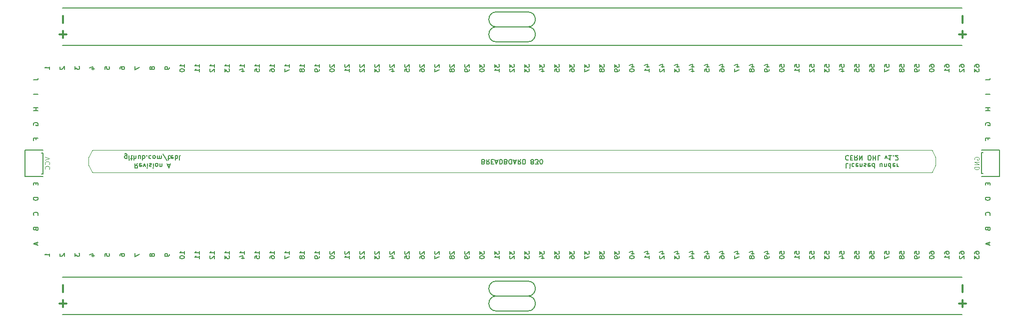
<source format=gbo>
G04 #@! TF.GenerationSoftware,KiCad,Pcbnew,(5.1.8)-1*
G04 #@! TF.CreationDate,2021-02-07T23:28:57+01:00*
G04 #@! TF.ProjectId,Breadboard 830,42726561-6462-46f6-9172-64203833302e,rev?*
G04 #@! TF.SameCoordinates,Original*
G04 #@! TF.FileFunction,Legend,Bot*
G04 #@! TF.FilePolarity,Positive*
%FSLAX46Y46*%
G04 Gerber Fmt 4.6, Leading zero omitted, Abs format (unit mm)*
G04 Created by KiCad (PCBNEW (5.1.8)-1) date 2021-02-07 23:28:57*
%MOMM*%
%LPD*%
G01*
G04 APERTURE LIST*
%ADD10C,0.150000*%
%ADD11C,0.100000*%
%ADD12C,0.200000*%
%ADD13C,0.300000*%
%ADD14C,0.120000*%
G04 APERTURE END LIST*
D10*
X101663809Y-95563095D02*
X101397142Y-95944047D01*
X101206666Y-95563095D02*
X101206666Y-96363095D01*
X101511428Y-96363095D01*
X101587619Y-96325000D01*
X101625714Y-96286904D01*
X101663809Y-96210714D01*
X101663809Y-96096428D01*
X101625714Y-96020238D01*
X101587619Y-95982142D01*
X101511428Y-95944047D01*
X101206666Y-95944047D01*
X102311428Y-95601190D02*
X102235238Y-95563095D01*
X102082857Y-95563095D01*
X102006666Y-95601190D01*
X101968571Y-95677380D01*
X101968571Y-95982142D01*
X102006666Y-96058333D01*
X102082857Y-96096428D01*
X102235238Y-96096428D01*
X102311428Y-96058333D01*
X102349523Y-95982142D01*
X102349523Y-95905952D01*
X101968571Y-95829761D01*
X102616190Y-96096428D02*
X102806666Y-95563095D01*
X102997142Y-96096428D01*
X103301904Y-95563095D02*
X103301904Y-96096428D01*
X103301904Y-96363095D02*
X103263809Y-96325000D01*
X103301904Y-96286904D01*
X103340000Y-96325000D01*
X103301904Y-96363095D01*
X103301904Y-96286904D01*
X103644761Y-95601190D02*
X103720952Y-95563095D01*
X103873333Y-95563095D01*
X103949523Y-95601190D01*
X103987619Y-95677380D01*
X103987619Y-95715476D01*
X103949523Y-95791666D01*
X103873333Y-95829761D01*
X103759047Y-95829761D01*
X103682857Y-95867857D01*
X103644761Y-95944047D01*
X103644761Y-95982142D01*
X103682857Y-96058333D01*
X103759047Y-96096428D01*
X103873333Y-96096428D01*
X103949523Y-96058333D01*
X104330476Y-95563095D02*
X104330476Y-96096428D01*
X104330476Y-96363095D02*
X104292380Y-96325000D01*
X104330476Y-96286904D01*
X104368571Y-96325000D01*
X104330476Y-96363095D01*
X104330476Y-96286904D01*
X104825714Y-95563095D02*
X104749523Y-95601190D01*
X104711428Y-95639285D01*
X104673333Y-95715476D01*
X104673333Y-95944047D01*
X104711428Y-96020238D01*
X104749523Y-96058333D01*
X104825714Y-96096428D01*
X104940000Y-96096428D01*
X105016190Y-96058333D01*
X105054285Y-96020238D01*
X105092380Y-95944047D01*
X105092380Y-95715476D01*
X105054285Y-95639285D01*
X105016190Y-95601190D01*
X104940000Y-95563095D01*
X104825714Y-95563095D01*
X105435238Y-96096428D02*
X105435238Y-95563095D01*
X105435238Y-96020238D02*
X105473333Y-96058333D01*
X105549523Y-96096428D01*
X105663809Y-96096428D01*
X105740000Y-96058333D01*
X105778095Y-95982142D01*
X105778095Y-95563095D01*
X106730476Y-95791666D02*
X107111428Y-95791666D01*
X106654285Y-95563095D02*
X106920952Y-96363095D01*
X107187619Y-95563095D01*
X99816190Y-94746428D02*
X99816190Y-94098809D01*
X99778095Y-94022619D01*
X99740000Y-93984523D01*
X99663809Y-93946428D01*
X99549523Y-93946428D01*
X99473333Y-93984523D01*
X99816190Y-94251190D02*
X99740000Y-94213095D01*
X99587619Y-94213095D01*
X99511428Y-94251190D01*
X99473333Y-94289285D01*
X99435238Y-94365476D01*
X99435238Y-94594047D01*
X99473333Y-94670238D01*
X99511428Y-94708333D01*
X99587619Y-94746428D01*
X99740000Y-94746428D01*
X99816190Y-94708333D01*
X100197142Y-94213095D02*
X100197142Y-94746428D01*
X100197142Y-95013095D02*
X100159047Y-94975000D01*
X100197142Y-94936904D01*
X100235238Y-94975000D01*
X100197142Y-95013095D01*
X100197142Y-94936904D01*
X100463809Y-94746428D02*
X100768571Y-94746428D01*
X100578095Y-95013095D02*
X100578095Y-94327380D01*
X100616190Y-94251190D01*
X100692380Y-94213095D01*
X100768571Y-94213095D01*
X101035238Y-94213095D02*
X101035238Y-95013095D01*
X101378095Y-94213095D02*
X101378095Y-94632142D01*
X101340000Y-94708333D01*
X101263809Y-94746428D01*
X101149523Y-94746428D01*
X101073333Y-94708333D01*
X101035238Y-94670238D01*
X102101904Y-94746428D02*
X102101904Y-94213095D01*
X101759047Y-94746428D02*
X101759047Y-94327380D01*
X101797142Y-94251190D01*
X101873333Y-94213095D01*
X101987619Y-94213095D01*
X102063809Y-94251190D01*
X102101904Y-94289285D01*
X102482857Y-94213095D02*
X102482857Y-95013095D01*
X102482857Y-94708333D02*
X102559047Y-94746428D01*
X102711428Y-94746428D01*
X102787619Y-94708333D01*
X102825714Y-94670238D01*
X102863809Y-94594047D01*
X102863809Y-94365476D01*
X102825714Y-94289285D01*
X102787619Y-94251190D01*
X102711428Y-94213095D01*
X102559047Y-94213095D01*
X102482857Y-94251190D01*
X103206666Y-94289285D02*
X103244761Y-94251190D01*
X103206666Y-94213095D01*
X103168571Y-94251190D01*
X103206666Y-94289285D01*
X103206666Y-94213095D01*
X103930476Y-94251190D02*
X103854285Y-94213095D01*
X103701904Y-94213095D01*
X103625714Y-94251190D01*
X103587619Y-94289285D01*
X103549523Y-94365476D01*
X103549523Y-94594047D01*
X103587619Y-94670238D01*
X103625714Y-94708333D01*
X103701904Y-94746428D01*
X103854285Y-94746428D01*
X103930476Y-94708333D01*
X104387619Y-94213095D02*
X104311428Y-94251190D01*
X104273333Y-94289285D01*
X104235238Y-94365476D01*
X104235238Y-94594047D01*
X104273333Y-94670238D01*
X104311428Y-94708333D01*
X104387619Y-94746428D01*
X104501904Y-94746428D01*
X104578095Y-94708333D01*
X104616190Y-94670238D01*
X104654285Y-94594047D01*
X104654285Y-94365476D01*
X104616190Y-94289285D01*
X104578095Y-94251190D01*
X104501904Y-94213095D01*
X104387619Y-94213095D01*
X104997142Y-94213095D02*
X104997142Y-94746428D01*
X104997142Y-94670238D02*
X105035238Y-94708333D01*
X105111428Y-94746428D01*
X105225714Y-94746428D01*
X105301904Y-94708333D01*
X105339999Y-94632142D01*
X105339999Y-94213095D01*
X105339999Y-94632142D02*
X105378095Y-94708333D01*
X105454285Y-94746428D01*
X105568571Y-94746428D01*
X105644761Y-94708333D01*
X105682857Y-94632142D01*
X105682857Y-94213095D01*
X106635238Y-95051190D02*
X105949523Y-94022619D01*
X106787619Y-94746428D02*
X107092380Y-94746428D01*
X106901904Y-95013095D02*
X106901904Y-94327380D01*
X106939999Y-94251190D01*
X107016190Y-94213095D01*
X107092380Y-94213095D01*
X107663809Y-94251190D02*
X107587619Y-94213095D01*
X107435238Y-94213095D01*
X107359047Y-94251190D01*
X107320952Y-94327380D01*
X107320952Y-94632142D01*
X107359047Y-94708333D01*
X107435238Y-94746428D01*
X107587619Y-94746428D01*
X107663809Y-94708333D01*
X107701904Y-94632142D01*
X107701904Y-94555952D01*
X107320952Y-94479761D01*
X108044761Y-94213095D02*
X108044761Y-95013095D01*
X108044761Y-94708333D02*
X108120952Y-94746428D01*
X108273333Y-94746428D01*
X108349523Y-94708333D01*
X108387619Y-94670238D01*
X108425714Y-94594047D01*
X108425714Y-94365476D01*
X108387619Y-94289285D01*
X108349523Y-94251190D01*
X108273333Y-94213095D01*
X108120952Y-94213095D01*
X108044761Y-94251190D01*
X108882857Y-94213095D02*
X108806666Y-94251190D01*
X108768571Y-94327380D01*
X108768571Y-95013095D01*
X222060000Y-95563095D02*
X221679047Y-95563095D01*
X221679047Y-96363095D01*
X222326666Y-95563095D02*
X222326666Y-96096428D01*
X222326666Y-96363095D02*
X222288571Y-96325000D01*
X222326666Y-96286904D01*
X222364761Y-96325000D01*
X222326666Y-96363095D01*
X222326666Y-96286904D01*
X223050476Y-95601190D02*
X222974285Y-95563095D01*
X222821904Y-95563095D01*
X222745714Y-95601190D01*
X222707619Y-95639285D01*
X222669523Y-95715476D01*
X222669523Y-95944047D01*
X222707619Y-96020238D01*
X222745714Y-96058333D01*
X222821904Y-96096428D01*
X222974285Y-96096428D01*
X223050476Y-96058333D01*
X223698095Y-95601190D02*
X223621904Y-95563095D01*
X223469523Y-95563095D01*
X223393333Y-95601190D01*
X223355238Y-95677380D01*
X223355238Y-95982142D01*
X223393333Y-96058333D01*
X223469523Y-96096428D01*
X223621904Y-96096428D01*
X223698095Y-96058333D01*
X223736190Y-95982142D01*
X223736190Y-95905952D01*
X223355238Y-95829761D01*
X224079047Y-96096428D02*
X224079047Y-95563095D01*
X224079047Y-96020238D02*
X224117142Y-96058333D01*
X224193333Y-96096428D01*
X224307619Y-96096428D01*
X224383809Y-96058333D01*
X224421904Y-95982142D01*
X224421904Y-95563095D01*
X224764761Y-95601190D02*
X224840952Y-95563095D01*
X224993333Y-95563095D01*
X225069523Y-95601190D01*
X225107619Y-95677380D01*
X225107619Y-95715476D01*
X225069523Y-95791666D01*
X224993333Y-95829761D01*
X224879047Y-95829761D01*
X224802857Y-95867857D01*
X224764761Y-95944047D01*
X224764761Y-95982142D01*
X224802857Y-96058333D01*
X224879047Y-96096428D01*
X224993333Y-96096428D01*
X225069523Y-96058333D01*
X225755238Y-95601190D02*
X225679047Y-95563095D01*
X225526666Y-95563095D01*
X225450476Y-95601190D01*
X225412380Y-95677380D01*
X225412380Y-95982142D01*
X225450476Y-96058333D01*
X225526666Y-96096428D01*
X225679047Y-96096428D01*
X225755238Y-96058333D01*
X225793333Y-95982142D01*
X225793333Y-95905952D01*
X225412380Y-95829761D01*
X226479047Y-95563095D02*
X226479047Y-96363095D01*
X226479047Y-95601190D02*
X226402857Y-95563095D01*
X226250476Y-95563095D01*
X226174285Y-95601190D01*
X226136190Y-95639285D01*
X226098095Y-95715476D01*
X226098095Y-95944047D01*
X226136190Y-96020238D01*
X226174285Y-96058333D01*
X226250476Y-96096428D01*
X226402857Y-96096428D01*
X226479047Y-96058333D01*
X227812380Y-96096428D02*
X227812380Y-95563095D01*
X227469523Y-96096428D02*
X227469523Y-95677380D01*
X227507619Y-95601190D01*
X227583809Y-95563095D01*
X227698095Y-95563095D01*
X227774285Y-95601190D01*
X227812380Y-95639285D01*
X228193333Y-96096428D02*
X228193333Y-95563095D01*
X228193333Y-96020238D02*
X228231428Y-96058333D01*
X228307619Y-96096428D01*
X228421904Y-96096428D01*
X228498095Y-96058333D01*
X228536190Y-95982142D01*
X228536190Y-95563095D01*
X229260000Y-95563095D02*
X229260000Y-96363095D01*
X229260000Y-95601190D02*
X229183809Y-95563095D01*
X229031428Y-95563095D01*
X228955238Y-95601190D01*
X228917142Y-95639285D01*
X228879047Y-95715476D01*
X228879047Y-95944047D01*
X228917142Y-96020238D01*
X228955238Y-96058333D01*
X229031428Y-96096428D01*
X229183809Y-96096428D01*
X229260000Y-96058333D01*
X229945714Y-95601190D02*
X229869523Y-95563095D01*
X229717142Y-95563095D01*
X229640952Y-95601190D01*
X229602857Y-95677380D01*
X229602857Y-95982142D01*
X229640952Y-96058333D01*
X229717142Y-96096428D01*
X229869523Y-96096428D01*
X229945714Y-96058333D01*
X229983809Y-95982142D01*
X229983809Y-95905952D01*
X229602857Y-95829761D01*
X230326666Y-95563095D02*
X230326666Y-96096428D01*
X230326666Y-95944047D02*
X230364761Y-96020238D01*
X230402857Y-96058333D01*
X230479047Y-96096428D01*
X230555238Y-96096428D01*
X222098095Y-94289285D02*
X222060000Y-94251190D01*
X221945714Y-94213095D01*
X221869523Y-94213095D01*
X221755238Y-94251190D01*
X221679047Y-94327380D01*
X221640952Y-94403571D01*
X221602857Y-94555952D01*
X221602857Y-94670238D01*
X221640952Y-94822619D01*
X221679047Y-94898809D01*
X221755238Y-94975000D01*
X221869523Y-95013095D01*
X221945714Y-95013095D01*
X222060000Y-94975000D01*
X222098095Y-94936904D01*
X222440952Y-94632142D02*
X222707619Y-94632142D01*
X222821904Y-94213095D02*
X222440952Y-94213095D01*
X222440952Y-95013095D01*
X222821904Y-95013095D01*
X223621904Y-94213095D02*
X223355238Y-94594047D01*
X223164761Y-94213095D02*
X223164761Y-95013095D01*
X223469523Y-95013095D01*
X223545714Y-94975000D01*
X223583809Y-94936904D01*
X223621904Y-94860714D01*
X223621904Y-94746428D01*
X223583809Y-94670238D01*
X223545714Y-94632142D01*
X223469523Y-94594047D01*
X223164761Y-94594047D01*
X223964761Y-94213095D02*
X223964761Y-95013095D01*
X224421904Y-94213095D01*
X224421904Y-95013095D01*
X225564761Y-95013095D02*
X225717142Y-95013095D01*
X225793333Y-94975000D01*
X225869523Y-94898809D01*
X225907619Y-94746428D01*
X225907619Y-94479761D01*
X225869523Y-94327380D01*
X225793333Y-94251190D01*
X225717142Y-94213095D01*
X225564761Y-94213095D01*
X225488571Y-94251190D01*
X225412380Y-94327380D01*
X225374285Y-94479761D01*
X225374285Y-94746428D01*
X225412380Y-94898809D01*
X225488571Y-94975000D01*
X225564761Y-95013095D01*
X226250476Y-94213095D02*
X226250476Y-95013095D01*
X226250476Y-94632142D02*
X226707619Y-94632142D01*
X226707619Y-94213095D02*
X226707619Y-95013095D01*
X227469523Y-94213095D02*
X227088571Y-94213095D01*
X227088571Y-95013095D01*
X228269523Y-94746428D02*
X228460000Y-94213095D01*
X228650476Y-94746428D01*
X229374285Y-94213095D02*
X228917142Y-94213095D01*
X229145714Y-94213095D02*
X229145714Y-95013095D01*
X229069523Y-94898809D01*
X228993333Y-94822619D01*
X228917142Y-94784523D01*
X229717142Y-94289285D02*
X229755238Y-94251190D01*
X229717142Y-94213095D01*
X229679047Y-94251190D01*
X229717142Y-94289285D01*
X229717142Y-94213095D01*
X230060000Y-94936904D02*
X230098095Y-94975000D01*
X230174285Y-95013095D01*
X230364761Y-95013095D01*
X230440952Y-94975000D01*
X230479047Y-94936904D01*
X230517142Y-94860714D01*
X230517142Y-94784523D01*
X230479047Y-94670238D01*
X230021904Y-94213095D01*
X230517142Y-94213095D01*
D11*
X85921904Y-94475433D02*
X86721904Y-94742100D01*
X85921904Y-95008766D01*
X86645714Y-95732576D02*
X86683809Y-95694480D01*
X86721904Y-95580195D01*
X86721904Y-95504004D01*
X86683809Y-95389719D01*
X86607619Y-95313528D01*
X86531428Y-95275433D01*
X86379047Y-95237338D01*
X86264761Y-95237338D01*
X86112380Y-95275433D01*
X86036190Y-95313528D01*
X85960000Y-95389719D01*
X85921904Y-95504004D01*
X85921904Y-95580195D01*
X85960000Y-95694480D01*
X85998095Y-95732576D01*
X86645714Y-96532576D02*
X86683809Y-96494480D01*
X86721904Y-96380195D01*
X86721904Y-96304004D01*
X86683809Y-96189719D01*
X86607619Y-96113528D01*
X86531428Y-96075433D01*
X86379047Y-96037338D01*
X86264761Y-96037338D01*
X86112380Y-96075433D01*
X86036190Y-96113528D01*
X85960000Y-96189719D01*
X85921904Y-96304004D01*
X85921904Y-96380195D01*
X85960000Y-96494480D01*
X85998095Y-96532576D01*
X243440000Y-94957976D02*
X243401904Y-94881785D01*
X243401904Y-94767500D01*
X243440000Y-94653214D01*
X243516190Y-94577023D01*
X243592380Y-94538928D01*
X243744761Y-94500833D01*
X243859047Y-94500833D01*
X244011428Y-94538928D01*
X244087619Y-94577023D01*
X244163809Y-94653214D01*
X244201904Y-94767500D01*
X244201904Y-94843690D01*
X244163809Y-94957976D01*
X244125714Y-94996071D01*
X243859047Y-94996071D01*
X243859047Y-94843690D01*
X244201904Y-95338928D02*
X243401904Y-95338928D01*
X244201904Y-95796071D01*
X243401904Y-95796071D01*
X244201904Y-96177023D02*
X243401904Y-96177023D01*
X243401904Y-96367500D01*
X243440000Y-96481785D01*
X243516190Y-96557976D01*
X243592380Y-96596071D01*
X243744761Y-96634166D01*
X243859047Y-96634166D01*
X244011428Y-96596071D01*
X244087619Y-96557976D01*
X244163809Y-96481785D01*
X244201904Y-96367500D01*
X244201904Y-96177023D01*
D10*
X160242857Y-95307142D02*
X160357142Y-95269047D01*
X160395238Y-95230952D01*
X160433333Y-95154761D01*
X160433333Y-95040476D01*
X160395238Y-94964285D01*
X160357142Y-94926190D01*
X160280952Y-94888095D01*
X159976190Y-94888095D01*
X159976190Y-95688095D01*
X160242857Y-95688095D01*
X160319047Y-95650000D01*
X160357142Y-95611904D01*
X160395238Y-95535714D01*
X160395238Y-95459523D01*
X160357142Y-95383333D01*
X160319047Y-95345238D01*
X160242857Y-95307142D01*
X159976190Y-95307142D01*
X161233333Y-94888095D02*
X160966666Y-95269047D01*
X160776190Y-94888095D02*
X160776190Y-95688095D01*
X161080952Y-95688095D01*
X161157142Y-95650000D01*
X161195238Y-95611904D01*
X161233333Y-95535714D01*
X161233333Y-95421428D01*
X161195238Y-95345238D01*
X161157142Y-95307142D01*
X161080952Y-95269047D01*
X160776190Y-95269047D01*
X161576190Y-95307142D02*
X161842857Y-95307142D01*
X161957142Y-94888095D02*
X161576190Y-94888095D01*
X161576190Y-95688095D01*
X161957142Y-95688095D01*
X162261904Y-95116666D02*
X162642857Y-95116666D01*
X162185714Y-94888095D02*
X162452380Y-95688095D01*
X162719047Y-94888095D01*
X162985714Y-94888095D02*
X162985714Y-95688095D01*
X163176190Y-95688095D01*
X163290476Y-95650000D01*
X163366666Y-95573809D01*
X163404761Y-95497619D01*
X163442857Y-95345238D01*
X163442857Y-95230952D01*
X163404761Y-95078571D01*
X163366666Y-95002380D01*
X163290476Y-94926190D01*
X163176190Y-94888095D01*
X162985714Y-94888095D01*
X164052380Y-95307142D02*
X164166666Y-95269047D01*
X164204761Y-95230952D01*
X164242857Y-95154761D01*
X164242857Y-95040476D01*
X164204761Y-94964285D01*
X164166666Y-94926190D01*
X164090476Y-94888095D01*
X163785714Y-94888095D01*
X163785714Y-95688095D01*
X164052380Y-95688095D01*
X164128571Y-95650000D01*
X164166666Y-95611904D01*
X164204761Y-95535714D01*
X164204761Y-95459523D01*
X164166666Y-95383333D01*
X164128571Y-95345238D01*
X164052380Y-95307142D01*
X163785714Y-95307142D01*
X164738095Y-95688095D02*
X164890476Y-95688095D01*
X164966666Y-95650000D01*
X165042857Y-95573809D01*
X165080952Y-95421428D01*
X165080952Y-95154761D01*
X165042857Y-95002380D01*
X164966666Y-94926190D01*
X164890476Y-94888095D01*
X164738095Y-94888095D01*
X164661904Y-94926190D01*
X164585714Y-95002380D01*
X164547619Y-95154761D01*
X164547619Y-95421428D01*
X164585714Y-95573809D01*
X164661904Y-95650000D01*
X164738095Y-95688095D01*
X165385714Y-95116666D02*
X165766666Y-95116666D01*
X165309523Y-94888095D02*
X165576190Y-95688095D01*
X165842857Y-94888095D01*
X166566666Y-94888095D02*
X166300000Y-95269047D01*
X166109523Y-94888095D02*
X166109523Y-95688095D01*
X166414285Y-95688095D01*
X166490476Y-95650000D01*
X166528571Y-95611904D01*
X166566666Y-95535714D01*
X166566666Y-95421428D01*
X166528571Y-95345238D01*
X166490476Y-95307142D01*
X166414285Y-95269047D01*
X166109523Y-95269047D01*
X166909523Y-94888095D02*
X166909523Y-95688095D01*
X167100000Y-95688095D01*
X167214285Y-95650000D01*
X167290476Y-95573809D01*
X167328571Y-95497619D01*
X167366666Y-95345238D01*
X167366666Y-95230952D01*
X167328571Y-95078571D01*
X167290476Y-95002380D01*
X167214285Y-94926190D01*
X167100000Y-94888095D01*
X166909523Y-94888095D01*
X168433333Y-95345238D02*
X168357142Y-95383333D01*
X168319047Y-95421428D01*
X168280952Y-95497619D01*
X168280952Y-95535714D01*
X168319047Y-95611904D01*
X168357142Y-95650000D01*
X168433333Y-95688095D01*
X168585714Y-95688095D01*
X168661904Y-95650000D01*
X168700000Y-95611904D01*
X168738095Y-95535714D01*
X168738095Y-95497619D01*
X168700000Y-95421428D01*
X168661904Y-95383333D01*
X168585714Y-95345238D01*
X168433333Y-95345238D01*
X168357142Y-95307142D01*
X168319047Y-95269047D01*
X168280952Y-95192857D01*
X168280952Y-95040476D01*
X168319047Y-94964285D01*
X168357142Y-94926190D01*
X168433333Y-94888095D01*
X168585714Y-94888095D01*
X168661904Y-94926190D01*
X168700000Y-94964285D01*
X168738095Y-95040476D01*
X168738095Y-95192857D01*
X168700000Y-95269047D01*
X168661904Y-95307142D01*
X168585714Y-95345238D01*
X169004761Y-95688095D02*
X169500000Y-95688095D01*
X169233333Y-95383333D01*
X169347619Y-95383333D01*
X169423809Y-95345238D01*
X169461904Y-95307142D01*
X169500000Y-95230952D01*
X169500000Y-95040476D01*
X169461904Y-94964285D01*
X169423809Y-94926190D01*
X169347619Y-94888095D01*
X169119047Y-94888095D01*
X169042857Y-94926190D01*
X169004761Y-94964285D01*
X169995238Y-95688095D02*
X170071428Y-95688095D01*
X170147619Y-95650000D01*
X170185714Y-95611904D01*
X170223809Y-95535714D01*
X170261904Y-95383333D01*
X170261904Y-95192857D01*
X170223809Y-95040476D01*
X170185714Y-94964285D01*
X170147619Y-94926190D01*
X170071428Y-94888095D01*
X169995238Y-94888095D01*
X169919047Y-94926190D01*
X169880952Y-94964285D01*
X169842857Y-95040476D01*
X169804761Y-95192857D01*
X169804761Y-95383333D01*
X169842857Y-95535714D01*
X169880952Y-95611904D01*
X169919047Y-95650000D01*
X169995238Y-95688095D01*
X246106904Y-101390476D02*
X245306904Y-101390476D01*
X245306904Y-101580952D01*
X245345000Y-101695238D01*
X245421190Y-101771428D01*
X245497380Y-101809523D01*
X245649761Y-101847619D01*
X245764047Y-101847619D01*
X245916428Y-101809523D01*
X245992619Y-101771428D01*
X246068809Y-101695238D01*
X246106904Y-101580952D01*
X246106904Y-101390476D01*
X245306904Y-81394285D02*
X245878333Y-81394285D01*
X245992619Y-81356190D01*
X246068809Y-81280000D01*
X246106904Y-81165714D01*
X246106904Y-81089523D01*
X245687857Y-98888571D02*
X245687857Y-99155238D01*
X246106904Y-99269523D02*
X246106904Y-98888571D01*
X245306904Y-98888571D01*
X245306904Y-99269523D01*
X246106904Y-83820000D02*
X245306904Y-83820000D01*
X245687857Y-91554285D02*
X245687857Y-91287619D01*
X246106904Y-91287619D02*
X245306904Y-91287619D01*
X245306904Y-91668571D01*
X246106904Y-86131428D02*
X245306904Y-86131428D01*
X245687857Y-86131428D02*
X245687857Y-86588571D01*
X246106904Y-86588571D02*
X245306904Y-86588571D01*
X245345000Y-89109523D02*
X245306904Y-89033333D01*
X245306904Y-88919047D01*
X245345000Y-88804761D01*
X245421190Y-88728571D01*
X245497380Y-88690476D01*
X245649761Y-88652380D01*
X245764047Y-88652380D01*
X245916428Y-88690476D01*
X245992619Y-88728571D01*
X246068809Y-88804761D01*
X246106904Y-88919047D01*
X246106904Y-88995238D01*
X246068809Y-89109523D01*
X246030714Y-89147619D01*
X245764047Y-89147619D01*
X245764047Y-88995238D01*
X245878333Y-109029523D02*
X245878333Y-109410476D01*
X246106904Y-108953333D02*
X245306904Y-109220000D01*
X246106904Y-109486666D01*
X245687857Y-106737142D02*
X245725952Y-106851428D01*
X245764047Y-106889523D01*
X245840238Y-106927619D01*
X245954523Y-106927619D01*
X246030714Y-106889523D01*
X246068809Y-106851428D01*
X246106904Y-106775238D01*
X246106904Y-106470476D01*
X245306904Y-106470476D01*
X245306904Y-106737142D01*
X245345000Y-106813333D01*
X245383095Y-106851428D01*
X245459285Y-106889523D01*
X245535476Y-106889523D01*
X245611666Y-106851428D01*
X245649761Y-106813333D01*
X245687857Y-106737142D01*
X245687857Y-106470476D01*
X246030714Y-104387619D02*
X246068809Y-104349523D01*
X246106904Y-104235238D01*
X246106904Y-104159047D01*
X246068809Y-104044761D01*
X245992619Y-103968571D01*
X245916428Y-103930476D01*
X245764047Y-103892380D01*
X245649761Y-103892380D01*
X245497380Y-103930476D01*
X245421190Y-103968571D01*
X245345000Y-104044761D01*
X245306904Y-104159047D01*
X245306904Y-104235238D01*
X245345000Y-104349523D01*
X245383095Y-104387619D01*
X84816904Y-83820000D02*
X84016904Y-83820000D01*
X84055000Y-89109523D02*
X84016904Y-89033333D01*
X84016904Y-88919047D01*
X84055000Y-88804761D01*
X84131190Y-88728571D01*
X84207380Y-88690476D01*
X84359761Y-88652380D01*
X84474047Y-88652380D01*
X84626428Y-88690476D01*
X84702619Y-88728571D01*
X84778809Y-88804761D01*
X84816904Y-88919047D01*
X84816904Y-88995238D01*
X84778809Y-89109523D01*
X84740714Y-89147619D01*
X84474047Y-89147619D01*
X84474047Y-88995238D01*
X84016904Y-81394285D02*
X84588333Y-81394285D01*
X84702619Y-81356190D01*
X84778809Y-81280000D01*
X84816904Y-81165714D01*
X84816904Y-81089523D01*
X84816904Y-86131428D02*
X84016904Y-86131428D01*
X84397857Y-86131428D02*
X84397857Y-86588571D01*
X84816904Y-86588571D02*
X84016904Y-86588571D01*
X84397857Y-91554285D02*
X84397857Y-91287619D01*
X84816904Y-91287619D02*
X84016904Y-91287619D01*
X84016904Y-91668571D01*
X84816904Y-101390476D02*
X84016904Y-101390476D01*
X84016904Y-101580952D01*
X84055000Y-101695238D01*
X84131190Y-101771428D01*
X84207380Y-101809523D01*
X84359761Y-101847619D01*
X84474047Y-101847619D01*
X84626428Y-101809523D01*
X84702619Y-101771428D01*
X84778809Y-101695238D01*
X84816904Y-101580952D01*
X84816904Y-101390476D01*
X84397857Y-98888571D02*
X84397857Y-99155238D01*
X84816904Y-99269523D02*
X84816904Y-98888571D01*
X84016904Y-98888571D01*
X84016904Y-99269523D01*
X84397857Y-106737142D02*
X84435952Y-106851428D01*
X84474047Y-106889523D01*
X84550238Y-106927619D01*
X84664523Y-106927619D01*
X84740714Y-106889523D01*
X84778809Y-106851428D01*
X84816904Y-106775238D01*
X84816904Y-106470476D01*
X84016904Y-106470476D01*
X84016904Y-106737142D01*
X84055000Y-106813333D01*
X84093095Y-106851428D01*
X84169285Y-106889523D01*
X84245476Y-106889523D01*
X84321666Y-106851428D01*
X84359761Y-106813333D01*
X84397857Y-106737142D01*
X84397857Y-106470476D01*
X84740714Y-104387619D02*
X84778809Y-104349523D01*
X84816904Y-104235238D01*
X84816904Y-104159047D01*
X84778809Y-104044761D01*
X84702619Y-103968571D01*
X84626428Y-103930476D01*
X84474047Y-103892380D01*
X84359761Y-103892380D01*
X84207380Y-103930476D01*
X84131190Y-103968571D01*
X84055000Y-104044761D01*
X84016904Y-104159047D01*
X84016904Y-104235238D01*
X84055000Y-104349523D01*
X84093095Y-104387619D01*
X84588333Y-109029523D02*
X84588333Y-109410476D01*
X84816904Y-108953333D02*
X84016904Y-109220000D01*
X84816904Y-109486666D01*
D12*
X88900000Y-121285000D02*
X241300000Y-121285000D01*
X88900000Y-114935000D02*
X241300000Y-114935000D01*
X88900000Y-75565000D02*
X241300000Y-75565000D01*
X88900000Y-69215000D02*
X241300000Y-69215000D01*
D13*
X241407142Y-70548571D02*
X241407142Y-71691428D01*
X241407142Y-73088571D02*
X241407142Y-74231428D01*
X241978571Y-73660000D02*
X240835714Y-73660000D01*
X241407142Y-118808571D02*
X241407142Y-119951428D01*
X241978571Y-119380000D02*
X240835714Y-119380000D01*
X241407142Y-116268571D02*
X241407142Y-117411428D01*
D10*
X230701904Y-79184523D02*
X230701904Y-78803571D01*
X231082857Y-78765476D01*
X231044761Y-78803571D01*
X231006666Y-78879761D01*
X231006666Y-79070238D01*
X231044761Y-79146428D01*
X231082857Y-79184523D01*
X231159047Y-79222619D01*
X231349523Y-79222619D01*
X231425714Y-79184523D01*
X231463809Y-79146428D01*
X231501904Y-79070238D01*
X231501904Y-78879761D01*
X231463809Y-78803571D01*
X231425714Y-78765476D01*
X231044761Y-79679761D02*
X231006666Y-79603571D01*
X230968571Y-79565476D01*
X230892380Y-79527380D01*
X230854285Y-79527380D01*
X230778095Y-79565476D01*
X230740000Y-79603571D01*
X230701904Y-79679761D01*
X230701904Y-79832142D01*
X230740000Y-79908333D01*
X230778095Y-79946428D01*
X230854285Y-79984523D01*
X230892380Y-79984523D01*
X230968571Y-79946428D01*
X231006666Y-79908333D01*
X231044761Y-79832142D01*
X231044761Y-79679761D01*
X231082857Y-79603571D01*
X231120952Y-79565476D01*
X231197142Y-79527380D01*
X231349523Y-79527380D01*
X231425714Y-79565476D01*
X231463809Y-79603571D01*
X231501904Y-79679761D01*
X231501904Y-79832142D01*
X231463809Y-79908333D01*
X231425714Y-79946428D01*
X231349523Y-79984523D01*
X231197142Y-79984523D01*
X231120952Y-79946428D01*
X231082857Y-79908333D01*
X231044761Y-79832142D01*
X225621904Y-79184523D02*
X225621904Y-78803571D01*
X226002857Y-78765476D01*
X225964761Y-78803571D01*
X225926666Y-78879761D01*
X225926666Y-79070238D01*
X225964761Y-79146428D01*
X226002857Y-79184523D01*
X226079047Y-79222619D01*
X226269523Y-79222619D01*
X226345714Y-79184523D01*
X226383809Y-79146428D01*
X226421904Y-79070238D01*
X226421904Y-78879761D01*
X226383809Y-78803571D01*
X226345714Y-78765476D01*
X225621904Y-79908333D02*
X225621904Y-79755952D01*
X225660000Y-79679761D01*
X225698095Y-79641666D01*
X225812380Y-79565476D01*
X225964761Y-79527380D01*
X226269523Y-79527380D01*
X226345714Y-79565476D01*
X226383809Y-79603571D01*
X226421904Y-79679761D01*
X226421904Y-79832142D01*
X226383809Y-79908333D01*
X226345714Y-79946428D01*
X226269523Y-79984523D01*
X226079047Y-79984523D01*
X226002857Y-79946428D01*
X225964761Y-79908333D01*
X225926666Y-79832142D01*
X225926666Y-79679761D01*
X225964761Y-79603571D01*
X226002857Y-79565476D01*
X226079047Y-79527380D01*
X228161904Y-79184523D02*
X228161904Y-78803571D01*
X228542857Y-78765476D01*
X228504761Y-78803571D01*
X228466666Y-78879761D01*
X228466666Y-79070238D01*
X228504761Y-79146428D01*
X228542857Y-79184523D01*
X228619047Y-79222619D01*
X228809523Y-79222619D01*
X228885714Y-79184523D01*
X228923809Y-79146428D01*
X228961904Y-79070238D01*
X228961904Y-78879761D01*
X228923809Y-78803571D01*
X228885714Y-78765476D01*
X228161904Y-79489285D02*
X228161904Y-80022619D01*
X228961904Y-79679761D01*
X223081904Y-79184523D02*
X223081904Y-78803571D01*
X223462857Y-78765476D01*
X223424761Y-78803571D01*
X223386666Y-78879761D01*
X223386666Y-79070238D01*
X223424761Y-79146428D01*
X223462857Y-79184523D01*
X223539047Y-79222619D01*
X223729523Y-79222619D01*
X223805714Y-79184523D01*
X223843809Y-79146428D01*
X223881904Y-79070238D01*
X223881904Y-78879761D01*
X223843809Y-78803571D01*
X223805714Y-78765476D01*
X223081904Y-79946428D02*
X223081904Y-79565476D01*
X223462857Y-79527380D01*
X223424761Y-79565476D01*
X223386666Y-79641666D01*
X223386666Y-79832142D01*
X223424761Y-79908333D01*
X223462857Y-79946428D01*
X223539047Y-79984523D01*
X223729523Y-79984523D01*
X223805714Y-79946428D01*
X223843809Y-79908333D01*
X223881904Y-79832142D01*
X223881904Y-79641666D01*
X223843809Y-79565476D01*
X223805714Y-79527380D01*
X220541904Y-79184523D02*
X220541904Y-78803571D01*
X220922857Y-78765476D01*
X220884761Y-78803571D01*
X220846666Y-78879761D01*
X220846666Y-79070238D01*
X220884761Y-79146428D01*
X220922857Y-79184523D01*
X220999047Y-79222619D01*
X221189523Y-79222619D01*
X221265714Y-79184523D01*
X221303809Y-79146428D01*
X221341904Y-79070238D01*
X221341904Y-78879761D01*
X221303809Y-78803571D01*
X221265714Y-78765476D01*
X220808571Y-79908333D02*
X221341904Y-79908333D01*
X220503809Y-79717857D02*
X221075238Y-79527380D01*
X221075238Y-80022619D01*
X218001904Y-79184523D02*
X218001904Y-78803571D01*
X218382857Y-78765476D01*
X218344761Y-78803571D01*
X218306666Y-78879761D01*
X218306666Y-79070238D01*
X218344761Y-79146428D01*
X218382857Y-79184523D01*
X218459047Y-79222619D01*
X218649523Y-79222619D01*
X218725714Y-79184523D01*
X218763809Y-79146428D01*
X218801904Y-79070238D01*
X218801904Y-78879761D01*
X218763809Y-78803571D01*
X218725714Y-78765476D01*
X218001904Y-79489285D02*
X218001904Y-79984523D01*
X218306666Y-79717857D01*
X218306666Y-79832142D01*
X218344761Y-79908333D01*
X218382857Y-79946428D01*
X218459047Y-79984523D01*
X218649523Y-79984523D01*
X218725714Y-79946428D01*
X218763809Y-79908333D01*
X218801904Y-79832142D01*
X218801904Y-79603571D01*
X218763809Y-79527380D01*
X218725714Y-79489285D01*
X215461904Y-79184523D02*
X215461904Y-78803571D01*
X215842857Y-78765476D01*
X215804761Y-78803571D01*
X215766666Y-78879761D01*
X215766666Y-79070238D01*
X215804761Y-79146428D01*
X215842857Y-79184523D01*
X215919047Y-79222619D01*
X216109523Y-79222619D01*
X216185714Y-79184523D01*
X216223809Y-79146428D01*
X216261904Y-79070238D01*
X216261904Y-78879761D01*
X216223809Y-78803571D01*
X216185714Y-78765476D01*
X215538095Y-79527380D02*
X215500000Y-79565476D01*
X215461904Y-79641666D01*
X215461904Y-79832142D01*
X215500000Y-79908333D01*
X215538095Y-79946428D01*
X215614285Y-79984523D01*
X215690476Y-79984523D01*
X215804761Y-79946428D01*
X216261904Y-79489285D01*
X216261904Y-79984523D01*
X233241904Y-79184523D02*
X233241904Y-78803571D01*
X233622857Y-78765476D01*
X233584761Y-78803571D01*
X233546666Y-78879761D01*
X233546666Y-79070238D01*
X233584761Y-79146428D01*
X233622857Y-79184523D01*
X233699047Y-79222619D01*
X233889523Y-79222619D01*
X233965714Y-79184523D01*
X234003809Y-79146428D01*
X234041904Y-79070238D01*
X234041904Y-78879761D01*
X234003809Y-78803571D01*
X233965714Y-78765476D01*
X234041904Y-79603571D02*
X234041904Y-79755952D01*
X234003809Y-79832142D01*
X233965714Y-79870238D01*
X233851428Y-79946428D01*
X233699047Y-79984523D01*
X233394285Y-79984523D01*
X233318095Y-79946428D01*
X233280000Y-79908333D01*
X233241904Y-79832142D01*
X233241904Y-79679761D01*
X233280000Y-79603571D01*
X233318095Y-79565476D01*
X233394285Y-79527380D01*
X233584761Y-79527380D01*
X233660952Y-79565476D01*
X233699047Y-79603571D01*
X233737142Y-79679761D01*
X233737142Y-79832142D01*
X233699047Y-79908333D01*
X233660952Y-79946428D01*
X233584761Y-79984523D01*
X212921904Y-79184523D02*
X212921904Y-78803571D01*
X213302857Y-78765476D01*
X213264761Y-78803571D01*
X213226666Y-78879761D01*
X213226666Y-79070238D01*
X213264761Y-79146428D01*
X213302857Y-79184523D01*
X213379047Y-79222619D01*
X213569523Y-79222619D01*
X213645714Y-79184523D01*
X213683809Y-79146428D01*
X213721904Y-79070238D01*
X213721904Y-78879761D01*
X213683809Y-78803571D01*
X213645714Y-78765476D01*
X213721904Y-79984523D02*
X213721904Y-79527380D01*
X213721904Y-79755952D02*
X212921904Y-79755952D01*
X213036190Y-79679761D01*
X213112380Y-79603571D01*
X213150476Y-79527380D01*
X210381904Y-79184523D02*
X210381904Y-78803571D01*
X210762857Y-78765476D01*
X210724761Y-78803571D01*
X210686666Y-78879761D01*
X210686666Y-79070238D01*
X210724761Y-79146428D01*
X210762857Y-79184523D01*
X210839047Y-79222619D01*
X211029523Y-79222619D01*
X211105714Y-79184523D01*
X211143809Y-79146428D01*
X211181904Y-79070238D01*
X211181904Y-78879761D01*
X211143809Y-78803571D01*
X211105714Y-78765476D01*
X210381904Y-79717857D02*
X210381904Y-79794047D01*
X210420000Y-79870238D01*
X210458095Y-79908333D01*
X210534285Y-79946428D01*
X210686666Y-79984523D01*
X210877142Y-79984523D01*
X211029523Y-79946428D01*
X211105714Y-79908333D01*
X211143809Y-79870238D01*
X211181904Y-79794047D01*
X211181904Y-79717857D01*
X211143809Y-79641666D01*
X211105714Y-79603571D01*
X211029523Y-79565476D01*
X210877142Y-79527380D01*
X210686666Y-79527380D01*
X210534285Y-79565476D01*
X210458095Y-79603571D01*
X210420000Y-79641666D01*
X210381904Y-79717857D01*
X243401904Y-79146428D02*
X243401904Y-78994047D01*
X243440000Y-78917857D01*
X243478095Y-78879761D01*
X243592380Y-78803571D01*
X243744761Y-78765476D01*
X244049523Y-78765476D01*
X244125714Y-78803571D01*
X244163809Y-78841666D01*
X244201904Y-78917857D01*
X244201904Y-79070238D01*
X244163809Y-79146428D01*
X244125714Y-79184523D01*
X244049523Y-79222619D01*
X243859047Y-79222619D01*
X243782857Y-79184523D01*
X243744761Y-79146428D01*
X243706666Y-79070238D01*
X243706666Y-78917857D01*
X243744761Y-78841666D01*
X243782857Y-78803571D01*
X243859047Y-78765476D01*
X243401904Y-79489285D02*
X243401904Y-79984523D01*
X243706666Y-79717857D01*
X243706666Y-79832142D01*
X243744761Y-79908333D01*
X243782857Y-79946428D01*
X243859047Y-79984523D01*
X244049523Y-79984523D01*
X244125714Y-79946428D01*
X244163809Y-79908333D01*
X244201904Y-79832142D01*
X244201904Y-79603571D01*
X244163809Y-79527380D01*
X244125714Y-79489285D01*
X240861904Y-79146428D02*
X240861904Y-78994047D01*
X240900000Y-78917857D01*
X240938095Y-78879761D01*
X241052380Y-78803571D01*
X241204761Y-78765476D01*
X241509523Y-78765476D01*
X241585714Y-78803571D01*
X241623809Y-78841666D01*
X241661904Y-78917857D01*
X241661904Y-79070238D01*
X241623809Y-79146428D01*
X241585714Y-79184523D01*
X241509523Y-79222619D01*
X241319047Y-79222619D01*
X241242857Y-79184523D01*
X241204761Y-79146428D01*
X241166666Y-79070238D01*
X241166666Y-78917857D01*
X241204761Y-78841666D01*
X241242857Y-78803571D01*
X241319047Y-78765476D01*
X240938095Y-79527380D02*
X240900000Y-79565476D01*
X240861904Y-79641666D01*
X240861904Y-79832142D01*
X240900000Y-79908333D01*
X240938095Y-79946428D01*
X241014285Y-79984523D01*
X241090476Y-79984523D01*
X241204761Y-79946428D01*
X241661904Y-79489285D01*
X241661904Y-79984523D01*
X235781904Y-79146428D02*
X235781904Y-78994047D01*
X235820000Y-78917857D01*
X235858095Y-78879761D01*
X235972380Y-78803571D01*
X236124761Y-78765476D01*
X236429523Y-78765476D01*
X236505714Y-78803571D01*
X236543809Y-78841666D01*
X236581904Y-78917857D01*
X236581904Y-79070238D01*
X236543809Y-79146428D01*
X236505714Y-79184523D01*
X236429523Y-79222619D01*
X236239047Y-79222619D01*
X236162857Y-79184523D01*
X236124761Y-79146428D01*
X236086666Y-79070238D01*
X236086666Y-78917857D01*
X236124761Y-78841666D01*
X236162857Y-78803571D01*
X236239047Y-78765476D01*
X235781904Y-79717857D02*
X235781904Y-79794047D01*
X235820000Y-79870238D01*
X235858095Y-79908333D01*
X235934285Y-79946428D01*
X236086666Y-79984523D01*
X236277142Y-79984523D01*
X236429523Y-79946428D01*
X236505714Y-79908333D01*
X236543809Y-79870238D01*
X236581904Y-79794047D01*
X236581904Y-79717857D01*
X236543809Y-79641666D01*
X236505714Y-79603571D01*
X236429523Y-79565476D01*
X236277142Y-79527380D01*
X236086666Y-79527380D01*
X235934285Y-79565476D01*
X235858095Y-79603571D01*
X235820000Y-79641666D01*
X235781904Y-79717857D01*
X238321904Y-79146428D02*
X238321904Y-78994047D01*
X238360000Y-78917857D01*
X238398095Y-78879761D01*
X238512380Y-78803571D01*
X238664761Y-78765476D01*
X238969523Y-78765476D01*
X239045714Y-78803571D01*
X239083809Y-78841666D01*
X239121904Y-78917857D01*
X239121904Y-79070238D01*
X239083809Y-79146428D01*
X239045714Y-79184523D01*
X238969523Y-79222619D01*
X238779047Y-79222619D01*
X238702857Y-79184523D01*
X238664761Y-79146428D01*
X238626666Y-79070238D01*
X238626666Y-78917857D01*
X238664761Y-78841666D01*
X238702857Y-78803571D01*
X238779047Y-78765476D01*
X239121904Y-79984523D02*
X239121904Y-79527380D01*
X239121904Y-79755952D02*
X238321904Y-79755952D01*
X238436190Y-79679761D01*
X238512380Y-79603571D01*
X238550476Y-79527380D01*
X182441904Y-78727380D02*
X182441904Y-79222619D01*
X182746666Y-78955952D01*
X182746666Y-79070238D01*
X182784761Y-79146428D01*
X182822857Y-79184523D01*
X182899047Y-79222619D01*
X183089523Y-79222619D01*
X183165714Y-79184523D01*
X183203809Y-79146428D01*
X183241904Y-79070238D01*
X183241904Y-78841666D01*
X183203809Y-78765476D01*
X183165714Y-78727380D01*
X183241904Y-79603571D02*
X183241904Y-79755952D01*
X183203809Y-79832142D01*
X183165714Y-79870238D01*
X183051428Y-79946428D01*
X182899047Y-79984523D01*
X182594285Y-79984523D01*
X182518095Y-79946428D01*
X182480000Y-79908333D01*
X182441904Y-79832142D01*
X182441904Y-79679761D01*
X182480000Y-79603571D01*
X182518095Y-79565476D01*
X182594285Y-79527380D01*
X182784761Y-79527380D01*
X182860952Y-79565476D01*
X182899047Y-79603571D01*
X182937142Y-79679761D01*
X182937142Y-79832142D01*
X182899047Y-79908333D01*
X182860952Y-79946428D01*
X182784761Y-79984523D01*
X179901904Y-78727380D02*
X179901904Y-79222619D01*
X180206666Y-78955952D01*
X180206666Y-79070238D01*
X180244761Y-79146428D01*
X180282857Y-79184523D01*
X180359047Y-79222619D01*
X180549523Y-79222619D01*
X180625714Y-79184523D01*
X180663809Y-79146428D01*
X180701904Y-79070238D01*
X180701904Y-78841666D01*
X180663809Y-78765476D01*
X180625714Y-78727380D01*
X180244761Y-79679761D02*
X180206666Y-79603571D01*
X180168571Y-79565476D01*
X180092380Y-79527380D01*
X180054285Y-79527380D01*
X179978095Y-79565476D01*
X179940000Y-79603571D01*
X179901904Y-79679761D01*
X179901904Y-79832142D01*
X179940000Y-79908333D01*
X179978095Y-79946428D01*
X180054285Y-79984523D01*
X180092380Y-79984523D01*
X180168571Y-79946428D01*
X180206666Y-79908333D01*
X180244761Y-79832142D01*
X180244761Y-79679761D01*
X180282857Y-79603571D01*
X180320952Y-79565476D01*
X180397142Y-79527380D01*
X180549523Y-79527380D01*
X180625714Y-79565476D01*
X180663809Y-79603571D01*
X180701904Y-79679761D01*
X180701904Y-79832142D01*
X180663809Y-79908333D01*
X180625714Y-79946428D01*
X180549523Y-79984523D01*
X180397142Y-79984523D01*
X180320952Y-79946428D01*
X180282857Y-79908333D01*
X180244761Y-79832142D01*
X177361904Y-78727380D02*
X177361904Y-79222619D01*
X177666666Y-78955952D01*
X177666666Y-79070238D01*
X177704761Y-79146428D01*
X177742857Y-79184523D01*
X177819047Y-79222619D01*
X178009523Y-79222619D01*
X178085714Y-79184523D01*
X178123809Y-79146428D01*
X178161904Y-79070238D01*
X178161904Y-78841666D01*
X178123809Y-78765476D01*
X178085714Y-78727380D01*
X177361904Y-79489285D02*
X177361904Y-80022619D01*
X178161904Y-79679761D01*
X172281904Y-78727380D02*
X172281904Y-79222619D01*
X172586666Y-78955952D01*
X172586666Y-79070238D01*
X172624761Y-79146428D01*
X172662857Y-79184523D01*
X172739047Y-79222619D01*
X172929523Y-79222619D01*
X173005714Y-79184523D01*
X173043809Y-79146428D01*
X173081904Y-79070238D01*
X173081904Y-78841666D01*
X173043809Y-78765476D01*
X173005714Y-78727380D01*
X172281904Y-79946428D02*
X172281904Y-79565476D01*
X172662857Y-79527380D01*
X172624761Y-79565476D01*
X172586666Y-79641666D01*
X172586666Y-79832142D01*
X172624761Y-79908333D01*
X172662857Y-79946428D01*
X172739047Y-79984523D01*
X172929523Y-79984523D01*
X173005714Y-79946428D01*
X173043809Y-79908333D01*
X173081904Y-79832142D01*
X173081904Y-79641666D01*
X173043809Y-79565476D01*
X173005714Y-79527380D01*
X174821904Y-78727380D02*
X174821904Y-79222619D01*
X175126666Y-78955952D01*
X175126666Y-79070238D01*
X175164761Y-79146428D01*
X175202857Y-79184523D01*
X175279047Y-79222619D01*
X175469523Y-79222619D01*
X175545714Y-79184523D01*
X175583809Y-79146428D01*
X175621904Y-79070238D01*
X175621904Y-78841666D01*
X175583809Y-78765476D01*
X175545714Y-78727380D01*
X174821904Y-79908333D02*
X174821904Y-79755952D01*
X174860000Y-79679761D01*
X174898095Y-79641666D01*
X175012380Y-79565476D01*
X175164761Y-79527380D01*
X175469523Y-79527380D01*
X175545714Y-79565476D01*
X175583809Y-79603571D01*
X175621904Y-79679761D01*
X175621904Y-79832142D01*
X175583809Y-79908333D01*
X175545714Y-79946428D01*
X175469523Y-79984523D01*
X175279047Y-79984523D01*
X175202857Y-79946428D01*
X175164761Y-79908333D01*
X175126666Y-79832142D01*
X175126666Y-79679761D01*
X175164761Y-79603571D01*
X175202857Y-79565476D01*
X175279047Y-79527380D01*
X169741904Y-78727380D02*
X169741904Y-79222619D01*
X170046666Y-78955952D01*
X170046666Y-79070238D01*
X170084761Y-79146428D01*
X170122857Y-79184523D01*
X170199047Y-79222619D01*
X170389523Y-79222619D01*
X170465714Y-79184523D01*
X170503809Y-79146428D01*
X170541904Y-79070238D01*
X170541904Y-78841666D01*
X170503809Y-78765476D01*
X170465714Y-78727380D01*
X170008571Y-79908333D02*
X170541904Y-79908333D01*
X169703809Y-79717857D02*
X170275238Y-79527380D01*
X170275238Y-80022619D01*
X167201904Y-78727380D02*
X167201904Y-79222619D01*
X167506666Y-78955952D01*
X167506666Y-79070238D01*
X167544761Y-79146428D01*
X167582857Y-79184523D01*
X167659047Y-79222619D01*
X167849523Y-79222619D01*
X167925714Y-79184523D01*
X167963809Y-79146428D01*
X168001904Y-79070238D01*
X168001904Y-78841666D01*
X167963809Y-78765476D01*
X167925714Y-78727380D01*
X167201904Y-79489285D02*
X167201904Y-79984523D01*
X167506666Y-79717857D01*
X167506666Y-79832142D01*
X167544761Y-79908333D01*
X167582857Y-79946428D01*
X167659047Y-79984523D01*
X167849523Y-79984523D01*
X167925714Y-79946428D01*
X167963809Y-79908333D01*
X168001904Y-79832142D01*
X168001904Y-79603571D01*
X167963809Y-79527380D01*
X167925714Y-79489285D01*
X164661904Y-78727380D02*
X164661904Y-79222619D01*
X164966666Y-78955952D01*
X164966666Y-79070238D01*
X165004761Y-79146428D01*
X165042857Y-79184523D01*
X165119047Y-79222619D01*
X165309523Y-79222619D01*
X165385714Y-79184523D01*
X165423809Y-79146428D01*
X165461904Y-79070238D01*
X165461904Y-78841666D01*
X165423809Y-78765476D01*
X165385714Y-78727380D01*
X164738095Y-79527380D02*
X164700000Y-79565476D01*
X164661904Y-79641666D01*
X164661904Y-79832142D01*
X164700000Y-79908333D01*
X164738095Y-79946428D01*
X164814285Y-79984523D01*
X164890476Y-79984523D01*
X165004761Y-79946428D01*
X165461904Y-79489285D01*
X165461904Y-79984523D01*
X162121904Y-78727380D02*
X162121904Y-79222619D01*
X162426666Y-78955952D01*
X162426666Y-79070238D01*
X162464761Y-79146428D01*
X162502857Y-79184523D01*
X162579047Y-79222619D01*
X162769523Y-79222619D01*
X162845714Y-79184523D01*
X162883809Y-79146428D01*
X162921904Y-79070238D01*
X162921904Y-78841666D01*
X162883809Y-78765476D01*
X162845714Y-78727380D01*
X162921904Y-79984523D02*
X162921904Y-79527380D01*
X162921904Y-79755952D02*
X162121904Y-79755952D01*
X162236190Y-79679761D01*
X162312380Y-79603571D01*
X162350476Y-79527380D01*
X203028571Y-79146428D02*
X203561904Y-79146428D01*
X202723809Y-78955952D02*
X203295238Y-78765476D01*
X203295238Y-79260714D01*
X202761904Y-79489285D02*
X202761904Y-80022619D01*
X203561904Y-79679761D01*
X208108571Y-79146428D02*
X208641904Y-79146428D01*
X207803809Y-78955952D02*
X208375238Y-78765476D01*
X208375238Y-79260714D01*
X208641904Y-79603571D02*
X208641904Y-79755952D01*
X208603809Y-79832142D01*
X208565714Y-79870238D01*
X208451428Y-79946428D01*
X208299047Y-79984523D01*
X207994285Y-79984523D01*
X207918095Y-79946428D01*
X207880000Y-79908333D01*
X207841904Y-79832142D01*
X207841904Y-79679761D01*
X207880000Y-79603571D01*
X207918095Y-79565476D01*
X207994285Y-79527380D01*
X208184761Y-79527380D01*
X208260952Y-79565476D01*
X208299047Y-79603571D01*
X208337142Y-79679761D01*
X208337142Y-79832142D01*
X208299047Y-79908333D01*
X208260952Y-79946428D01*
X208184761Y-79984523D01*
X200488571Y-79146428D02*
X201021904Y-79146428D01*
X200183809Y-78955952D02*
X200755238Y-78765476D01*
X200755238Y-79260714D01*
X200221904Y-79908333D02*
X200221904Y-79755952D01*
X200260000Y-79679761D01*
X200298095Y-79641666D01*
X200412380Y-79565476D01*
X200564761Y-79527380D01*
X200869523Y-79527380D01*
X200945714Y-79565476D01*
X200983809Y-79603571D01*
X201021904Y-79679761D01*
X201021904Y-79832142D01*
X200983809Y-79908333D01*
X200945714Y-79946428D01*
X200869523Y-79984523D01*
X200679047Y-79984523D01*
X200602857Y-79946428D01*
X200564761Y-79908333D01*
X200526666Y-79832142D01*
X200526666Y-79679761D01*
X200564761Y-79603571D01*
X200602857Y-79565476D01*
X200679047Y-79527380D01*
X197948571Y-79146428D02*
X198481904Y-79146428D01*
X197643809Y-78955952D02*
X198215238Y-78765476D01*
X198215238Y-79260714D01*
X197681904Y-79946428D02*
X197681904Y-79565476D01*
X198062857Y-79527380D01*
X198024761Y-79565476D01*
X197986666Y-79641666D01*
X197986666Y-79832142D01*
X198024761Y-79908333D01*
X198062857Y-79946428D01*
X198139047Y-79984523D01*
X198329523Y-79984523D01*
X198405714Y-79946428D01*
X198443809Y-79908333D01*
X198481904Y-79832142D01*
X198481904Y-79641666D01*
X198443809Y-79565476D01*
X198405714Y-79527380D01*
X195408571Y-79146428D02*
X195941904Y-79146428D01*
X195103809Y-78955952D02*
X195675238Y-78765476D01*
X195675238Y-79260714D01*
X195408571Y-79908333D02*
X195941904Y-79908333D01*
X195103809Y-79717857D02*
X195675238Y-79527380D01*
X195675238Y-80022619D01*
X192868571Y-79146428D02*
X193401904Y-79146428D01*
X192563809Y-78955952D02*
X193135238Y-78765476D01*
X193135238Y-79260714D01*
X192601904Y-79489285D02*
X192601904Y-79984523D01*
X192906666Y-79717857D01*
X192906666Y-79832142D01*
X192944761Y-79908333D01*
X192982857Y-79946428D01*
X193059047Y-79984523D01*
X193249523Y-79984523D01*
X193325714Y-79946428D01*
X193363809Y-79908333D01*
X193401904Y-79832142D01*
X193401904Y-79603571D01*
X193363809Y-79527380D01*
X193325714Y-79489285D01*
X190328571Y-79146428D02*
X190861904Y-79146428D01*
X190023809Y-78955952D02*
X190595238Y-78765476D01*
X190595238Y-79260714D01*
X190138095Y-79527380D02*
X190100000Y-79565476D01*
X190061904Y-79641666D01*
X190061904Y-79832142D01*
X190100000Y-79908333D01*
X190138095Y-79946428D01*
X190214285Y-79984523D01*
X190290476Y-79984523D01*
X190404761Y-79946428D01*
X190861904Y-79489285D01*
X190861904Y-79984523D01*
X187788571Y-79146428D02*
X188321904Y-79146428D01*
X187483809Y-78955952D02*
X188055238Y-78765476D01*
X188055238Y-79260714D01*
X188321904Y-79984523D02*
X188321904Y-79527380D01*
X188321904Y-79755952D02*
X187521904Y-79755952D01*
X187636190Y-79679761D01*
X187712380Y-79603571D01*
X187750476Y-79527380D01*
X185248571Y-79146428D02*
X185781904Y-79146428D01*
X184943809Y-78955952D02*
X185515238Y-78765476D01*
X185515238Y-79260714D01*
X184981904Y-79717857D02*
X184981904Y-79794047D01*
X185020000Y-79870238D01*
X185058095Y-79908333D01*
X185134285Y-79946428D01*
X185286666Y-79984523D01*
X185477142Y-79984523D01*
X185629523Y-79946428D01*
X185705714Y-79908333D01*
X185743809Y-79870238D01*
X185781904Y-79794047D01*
X185781904Y-79717857D01*
X185743809Y-79641666D01*
X185705714Y-79603571D01*
X185629523Y-79565476D01*
X185477142Y-79527380D01*
X185286666Y-79527380D01*
X185134285Y-79565476D01*
X185058095Y-79603571D01*
X185020000Y-79641666D01*
X184981904Y-79717857D01*
X205568571Y-79146428D02*
X206101904Y-79146428D01*
X205263809Y-78955952D02*
X205835238Y-78765476D01*
X205835238Y-79260714D01*
X205644761Y-79679761D02*
X205606666Y-79603571D01*
X205568571Y-79565476D01*
X205492380Y-79527380D01*
X205454285Y-79527380D01*
X205378095Y-79565476D01*
X205340000Y-79603571D01*
X205301904Y-79679761D01*
X205301904Y-79832142D01*
X205340000Y-79908333D01*
X205378095Y-79946428D01*
X205454285Y-79984523D01*
X205492380Y-79984523D01*
X205568571Y-79946428D01*
X205606666Y-79908333D01*
X205644761Y-79832142D01*
X205644761Y-79679761D01*
X205682857Y-79603571D01*
X205720952Y-79565476D01*
X205797142Y-79527380D01*
X205949523Y-79527380D01*
X206025714Y-79565476D01*
X206063809Y-79603571D01*
X206101904Y-79679761D01*
X206101904Y-79832142D01*
X206063809Y-79908333D01*
X206025714Y-79946428D01*
X205949523Y-79984523D01*
X205797142Y-79984523D01*
X205720952Y-79946428D01*
X205682857Y-79908333D01*
X205644761Y-79832142D01*
X243401904Y-110896428D02*
X243401904Y-110744047D01*
X243440000Y-110667857D01*
X243478095Y-110629761D01*
X243592380Y-110553571D01*
X243744761Y-110515476D01*
X244049523Y-110515476D01*
X244125714Y-110553571D01*
X244163809Y-110591666D01*
X244201904Y-110667857D01*
X244201904Y-110820238D01*
X244163809Y-110896428D01*
X244125714Y-110934523D01*
X244049523Y-110972619D01*
X243859047Y-110972619D01*
X243782857Y-110934523D01*
X243744761Y-110896428D01*
X243706666Y-110820238D01*
X243706666Y-110667857D01*
X243744761Y-110591666D01*
X243782857Y-110553571D01*
X243859047Y-110515476D01*
X243401904Y-111239285D02*
X243401904Y-111734523D01*
X243706666Y-111467857D01*
X243706666Y-111582142D01*
X243744761Y-111658333D01*
X243782857Y-111696428D01*
X243859047Y-111734523D01*
X244049523Y-111734523D01*
X244125714Y-111696428D01*
X244163809Y-111658333D01*
X244201904Y-111582142D01*
X244201904Y-111353571D01*
X244163809Y-111277380D01*
X244125714Y-111239285D01*
X240861904Y-110896428D02*
X240861904Y-110744047D01*
X240900000Y-110667857D01*
X240938095Y-110629761D01*
X241052380Y-110553571D01*
X241204761Y-110515476D01*
X241509523Y-110515476D01*
X241585714Y-110553571D01*
X241623809Y-110591666D01*
X241661904Y-110667857D01*
X241661904Y-110820238D01*
X241623809Y-110896428D01*
X241585714Y-110934523D01*
X241509523Y-110972619D01*
X241319047Y-110972619D01*
X241242857Y-110934523D01*
X241204761Y-110896428D01*
X241166666Y-110820238D01*
X241166666Y-110667857D01*
X241204761Y-110591666D01*
X241242857Y-110553571D01*
X241319047Y-110515476D01*
X240938095Y-111277380D02*
X240900000Y-111315476D01*
X240861904Y-111391666D01*
X240861904Y-111582142D01*
X240900000Y-111658333D01*
X240938095Y-111696428D01*
X241014285Y-111734523D01*
X241090476Y-111734523D01*
X241204761Y-111696428D01*
X241661904Y-111239285D01*
X241661904Y-111734523D01*
X238321904Y-110896428D02*
X238321904Y-110744047D01*
X238360000Y-110667857D01*
X238398095Y-110629761D01*
X238512380Y-110553571D01*
X238664761Y-110515476D01*
X238969523Y-110515476D01*
X239045714Y-110553571D01*
X239083809Y-110591666D01*
X239121904Y-110667857D01*
X239121904Y-110820238D01*
X239083809Y-110896428D01*
X239045714Y-110934523D01*
X238969523Y-110972619D01*
X238779047Y-110972619D01*
X238702857Y-110934523D01*
X238664761Y-110896428D01*
X238626666Y-110820238D01*
X238626666Y-110667857D01*
X238664761Y-110591666D01*
X238702857Y-110553571D01*
X238779047Y-110515476D01*
X239121904Y-111734523D02*
X239121904Y-111277380D01*
X239121904Y-111505952D02*
X238321904Y-111505952D01*
X238436190Y-111429761D01*
X238512380Y-111353571D01*
X238550476Y-111277380D01*
X235781904Y-110896428D02*
X235781904Y-110744047D01*
X235820000Y-110667857D01*
X235858095Y-110629761D01*
X235972380Y-110553571D01*
X236124761Y-110515476D01*
X236429523Y-110515476D01*
X236505714Y-110553571D01*
X236543809Y-110591666D01*
X236581904Y-110667857D01*
X236581904Y-110820238D01*
X236543809Y-110896428D01*
X236505714Y-110934523D01*
X236429523Y-110972619D01*
X236239047Y-110972619D01*
X236162857Y-110934523D01*
X236124761Y-110896428D01*
X236086666Y-110820238D01*
X236086666Y-110667857D01*
X236124761Y-110591666D01*
X236162857Y-110553571D01*
X236239047Y-110515476D01*
X235781904Y-111467857D02*
X235781904Y-111544047D01*
X235820000Y-111620238D01*
X235858095Y-111658333D01*
X235934285Y-111696428D01*
X236086666Y-111734523D01*
X236277142Y-111734523D01*
X236429523Y-111696428D01*
X236505714Y-111658333D01*
X236543809Y-111620238D01*
X236581904Y-111544047D01*
X236581904Y-111467857D01*
X236543809Y-111391666D01*
X236505714Y-111353571D01*
X236429523Y-111315476D01*
X236277142Y-111277380D01*
X236086666Y-111277380D01*
X235934285Y-111315476D01*
X235858095Y-111353571D01*
X235820000Y-111391666D01*
X235781904Y-111467857D01*
X233241904Y-110934523D02*
X233241904Y-110553571D01*
X233622857Y-110515476D01*
X233584761Y-110553571D01*
X233546666Y-110629761D01*
X233546666Y-110820238D01*
X233584761Y-110896428D01*
X233622857Y-110934523D01*
X233699047Y-110972619D01*
X233889523Y-110972619D01*
X233965714Y-110934523D01*
X234003809Y-110896428D01*
X234041904Y-110820238D01*
X234041904Y-110629761D01*
X234003809Y-110553571D01*
X233965714Y-110515476D01*
X234041904Y-111353571D02*
X234041904Y-111505952D01*
X234003809Y-111582142D01*
X233965714Y-111620238D01*
X233851428Y-111696428D01*
X233699047Y-111734523D01*
X233394285Y-111734523D01*
X233318095Y-111696428D01*
X233280000Y-111658333D01*
X233241904Y-111582142D01*
X233241904Y-111429761D01*
X233280000Y-111353571D01*
X233318095Y-111315476D01*
X233394285Y-111277380D01*
X233584761Y-111277380D01*
X233660952Y-111315476D01*
X233699047Y-111353571D01*
X233737142Y-111429761D01*
X233737142Y-111582142D01*
X233699047Y-111658333D01*
X233660952Y-111696428D01*
X233584761Y-111734523D01*
X230701904Y-110934523D02*
X230701904Y-110553571D01*
X231082857Y-110515476D01*
X231044761Y-110553571D01*
X231006666Y-110629761D01*
X231006666Y-110820238D01*
X231044761Y-110896428D01*
X231082857Y-110934523D01*
X231159047Y-110972619D01*
X231349523Y-110972619D01*
X231425714Y-110934523D01*
X231463809Y-110896428D01*
X231501904Y-110820238D01*
X231501904Y-110629761D01*
X231463809Y-110553571D01*
X231425714Y-110515476D01*
X231044761Y-111429761D02*
X231006666Y-111353571D01*
X230968571Y-111315476D01*
X230892380Y-111277380D01*
X230854285Y-111277380D01*
X230778095Y-111315476D01*
X230740000Y-111353571D01*
X230701904Y-111429761D01*
X230701904Y-111582142D01*
X230740000Y-111658333D01*
X230778095Y-111696428D01*
X230854285Y-111734523D01*
X230892380Y-111734523D01*
X230968571Y-111696428D01*
X231006666Y-111658333D01*
X231044761Y-111582142D01*
X231044761Y-111429761D01*
X231082857Y-111353571D01*
X231120952Y-111315476D01*
X231197142Y-111277380D01*
X231349523Y-111277380D01*
X231425714Y-111315476D01*
X231463809Y-111353571D01*
X231501904Y-111429761D01*
X231501904Y-111582142D01*
X231463809Y-111658333D01*
X231425714Y-111696428D01*
X231349523Y-111734523D01*
X231197142Y-111734523D01*
X231120952Y-111696428D01*
X231082857Y-111658333D01*
X231044761Y-111582142D01*
X228161904Y-110934523D02*
X228161904Y-110553571D01*
X228542857Y-110515476D01*
X228504761Y-110553571D01*
X228466666Y-110629761D01*
X228466666Y-110820238D01*
X228504761Y-110896428D01*
X228542857Y-110934523D01*
X228619047Y-110972619D01*
X228809523Y-110972619D01*
X228885714Y-110934523D01*
X228923809Y-110896428D01*
X228961904Y-110820238D01*
X228961904Y-110629761D01*
X228923809Y-110553571D01*
X228885714Y-110515476D01*
X228161904Y-111239285D02*
X228161904Y-111772619D01*
X228961904Y-111429761D01*
X225621904Y-110934523D02*
X225621904Y-110553571D01*
X226002857Y-110515476D01*
X225964761Y-110553571D01*
X225926666Y-110629761D01*
X225926666Y-110820238D01*
X225964761Y-110896428D01*
X226002857Y-110934523D01*
X226079047Y-110972619D01*
X226269523Y-110972619D01*
X226345714Y-110934523D01*
X226383809Y-110896428D01*
X226421904Y-110820238D01*
X226421904Y-110629761D01*
X226383809Y-110553571D01*
X226345714Y-110515476D01*
X225621904Y-111658333D02*
X225621904Y-111505952D01*
X225660000Y-111429761D01*
X225698095Y-111391666D01*
X225812380Y-111315476D01*
X225964761Y-111277380D01*
X226269523Y-111277380D01*
X226345714Y-111315476D01*
X226383809Y-111353571D01*
X226421904Y-111429761D01*
X226421904Y-111582142D01*
X226383809Y-111658333D01*
X226345714Y-111696428D01*
X226269523Y-111734523D01*
X226079047Y-111734523D01*
X226002857Y-111696428D01*
X225964761Y-111658333D01*
X225926666Y-111582142D01*
X225926666Y-111429761D01*
X225964761Y-111353571D01*
X226002857Y-111315476D01*
X226079047Y-111277380D01*
X223081904Y-110934523D02*
X223081904Y-110553571D01*
X223462857Y-110515476D01*
X223424761Y-110553571D01*
X223386666Y-110629761D01*
X223386666Y-110820238D01*
X223424761Y-110896428D01*
X223462857Y-110934523D01*
X223539047Y-110972619D01*
X223729523Y-110972619D01*
X223805714Y-110934523D01*
X223843809Y-110896428D01*
X223881904Y-110820238D01*
X223881904Y-110629761D01*
X223843809Y-110553571D01*
X223805714Y-110515476D01*
X223081904Y-111696428D02*
X223081904Y-111315476D01*
X223462857Y-111277380D01*
X223424761Y-111315476D01*
X223386666Y-111391666D01*
X223386666Y-111582142D01*
X223424761Y-111658333D01*
X223462857Y-111696428D01*
X223539047Y-111734523D01*
X223729523Y-111734523D01*
X223805714Y-111696428D01*
X223843809Y-111658333D01*
X223881904Y-111582142D01*
X223881904Y-111391666D01*
X223843809Y-111315476D01*
X223805714Y-111277380D01*
X220541904Y-110934523D02*
X220541904Y-110553571D01*
X220922857Y-110515476D01*
X220884761Y-110553571D01*
X220846666Y-110629761D01*
X220846666Y-110820238D01*
X220884761Y-110896428D01*
X220922857Y-110934523D01*
X220999047Y-110972619D01*
X221189523Y-110972619D01*
X221265714Y-110934523D01*
X221303809Y-110896428D01*
X221341904Y-110820238D01*
X221341904Y-110629761D01*
X221303809Y-110553571D01*
X221265714Y-110515476D01*
X220808571Y-111658333D02*
X221341904Y-111658333D01*
X220503809Y-111467857D02*
X221075238Y-111277380D01*
X221075238Y-111772619D01*
X218001904Y-110934523D02*
X218001904Y-110553571D01*
X218382857Y-110515476D01*
X218344761Y-110553571D01*
X218306666Y-110629761D01*
X218306666Y-110820238D01*
X218344761Y-110896428D01*
X218382857Y-110934523D01*
X218459047Y-110972619D01*
X218649523Y-110972619D01*
X218725714Y-110934523D01*
X218763809Y-110896428D01*
X218801904Y-110820238D01*
X218801904Y-110629761D01*
X218763809Y-110553571D01*
X218725714Y-110515476D01*
X218001904Y-111239285D02*
X218001904Y-111734523D01*
X218306666Y-111467857D01*
X218306666Y-111582142D01*
X218344761Y-111658333D01*
X218382857Y-111696428D01*
X218459047Y-111734523D01*
X218649523Y-111734523D01*
X218725714Y-111696428D01*
X218763809Y-111658333D01*
X218801904Y-111582142D01*
X218801904Y-111353571D01*
X218763809Y-111277380D01*
X218725714Y-111239285D01*
X215461904Y-110934523D02*
X215461904Y-110553571D01*
X215842857Y-110515476D01*
X215804761Y-110553571D01*
X215766666Y-110629761D01*
X215766666Y-110820238D01*
X215804761Y-110896428D01*
X215842857Y-110934523D01*
X215919047Y-110972619D01*
X216109523Y-110972619D01*
X216185714Y-110934523D01*
X216223809Y-110896428D01*
X216261904Y-110820238D01*
X216261904Y-110629761D01*
X216223809Y-110553571D01*
X216185714Y-110515476D01*
X215538095Y-111277380D02*
X215500000Y-111315476D01*
X215461904Y-111391666D01*
X215461904Y-111582142D01*
X215500000Y-111658333D01*
X215538095Y-111696428D01*
X215614285Y-111734523D01*
X215690476Y-111734523D01*
X215804761Y-111696428D01*
X216261904Y-111239285D01*
X216261904Y-111734523D01*
X212921904Y-110934523D02*
X212921904Y-110553571D01*
X213302857Y-110515476D01*
X213264761Y-110553571D01*
X213226666Y-110629761D01*
X213226666Y-110820238D01*
X213264761Y-110896428D01*
X213302857Y-110934523D01*
X213379047Y-110972619D01*
X213569523Y-110972619D01*
X213645714Y-110934523D01*
X213683809Y-110896428D01*
X213721904Y-110820238D01*
X213721904Y-110629761D01*
X213683809Y-110553571D01*
X213645714Y-110515476D01*
X213721904Y-111734523D02*
X213721904Y-111277380D01*
X213721904Y-111505952D02*
X212921904Y-111505952D01*
X213036190Y-111429761D01*
X213112380Y-111353571D01*
X213150476Y-111277380D01*
X210381904Y-110934523D02*
X210381904Y-110553571D01*
X210762857Y-110515476D01*
X210724761Y-110553571D01*
X210686666Y-110629761D01*
X210686666Y-110820238D01*
X210724761Y-110896428D01*
X210762857Y-110934523D01*
X210839047Y-110972619D01*
X211029523Y-110972619D01*
X211105714Y-110934523D01*
X211143809Y-110896428D01*
X211181904Y-110820238D01*
X211181904Y-110629761D01*
X211143809Y-110553571D01*
X211105714Y-110515476D01*
X210381904Y-111467857D02*
X210381904Y-111544047D01*
X210420000Y-111620238D01*
X210458095Y-111658333D01*
X210534285Y-111696428D01*
X210686666Y-111734523D01*
X210877142Y-111734523D01*
X211029523Y-111696428D01*
X211105714Y-111658333D01*
X211143809Y-111620238D01*
X211181904Y-111544047D01*
X211181904Y-111467857D01*
X211143809Y-111391666D01*
X211105714Y-111353571D01*
X211029523Y-111315476D01*
X210877142Y-111277380D01*
X210686666Y-111277380D01*
X210534285Y-111315476D01*
X210458095Y-111353571D01*
X210420000Y-111391666D01*
X210381904Y-111467857D01*
X208108571Y-110896428D02*
X208641904Y-110896428D01*
X207803809Y-110705952D02*
X208375238Y-110515476D01*
X208375238Y-111010714D01*
X208641904Y-111353571D02*
X208641904Y-111505952D01*
X208603809Y-111582142D01*
X208565714Y-111620238D01*
X208451428Y-111696428D01*
X208299047Y-111734523D01*
X207994285Y-111734523D01*
X207918095Y-111696428D01*
X207880000Y-111658333D01*
X207841904Y-111582142D01*
X207841904Y-111429761D01*
X207880000Y-111353571D01*
X207918095Y-111315476D01*
X207994285Y-111277380D01*
X208184761Y-111277380D01*
X208260952Y-111315476D01*
X208299047Y-111353571D01*
X208337142Y-111429761D01*
X208337142Y-111582142D01*
X208299047Y-111658333D01*
X208260952Y-111696428D01*
X208184761Y-111734523D01*
X205568571Y-110896428D02*
X206101904Y-110896428D01*
X205263809Y-110705952D02*
X205835238Y-110515476D01*
X205835238Y-111010714D01*
X205644761Y-111429761D02*
X205606666Y-111353571D01*
X205568571Y-111315476D01*
X205492380Y-111277380D01*
X205454285Y-111277380D01*
X205378095Y-111315476D01*
X205340000Y-111353571D01*
X205301904Y-111429761D01*
X205301904Y-111582142D01*
X205340000Y-111658333D01*
X205378095Y-111696428D01*
X205454285Y-111734523D01*
X205492380Y-111734523D01*
X205568571Y-111696428D01*
X205606666Y-111658333D01*
X205644761Y-111582142D01*
X205644761Y-111429761D01*
X205682857Y-111353571D01*
X205720952Y-111315476D01*
X205797142Y-111277380D01*
X205949523Y-111277380D01*
X206025714Y-111315476D01*
X206063809Y-111353571D01*
X206101904Y-111429761D01*
X206101904Y-111582142D01*
X206063809Y-111658333D01*
X206025714Y-111696428D01*
X205949523Y-111734523D01*
X205797142Y-111734523D01*
X205720952Y-111696428D01*
X205682857Y-111658333D01*
X205644761Y-111582142D01*
X203028571Y-110896428D02*
X203561904Y-110896428D01*
X202723809Y-110705952D02*
X203295238Y-110515476D01*
X203295238Y-111010714D01*
X202761904Y-111239285D02*
X202761904Y-111772619D01*
X203561904Y-111429761D01*
X200488571Y-110896428D02*
X201021904Y-110896428D01*
X200183809Y-110705952D02*
X200755238Y-110515476D01*
X200755238Y-111010714D01*
X200221904Y-111658333D02*
X200221904Y-111505952D01*
X200260000Y-111429761D01*
X200298095Y-111391666D01*
X200412380Y-111315476D01*
X200564761Y-111277380D01*
X200869523Y-111277380D01*
X200945714Y-111315476D01*
X200983809Y-111353571D01*
X201021904Y-111429761D01*
X201021904Y-111582142D01*
X200983809Y-111658333D01*
X200945714Y-111696428D01*
X200869523Y-111734523D01*
X200679047Y-111734523D01*
X200602857Y-111696428D01*
X200564761Y-111658333D01*
X200526666Y-111582142D01*
X200526666Y-111429761D01*
X200564761Y-111353571D01*
X200602857Y-111315476D01*
X200679047Y-111277380D01*
X197948571Y-110896428D02*
X198481904Y-110896428D01*
X197643809Y-110705952D02*
X198215238Y-110515476D01*
X198215238Y-111010714D01*
X197681904Y-111696428D02*
X197681904Y-111315476D01*
X198062857Y-111277380D01*
X198024761Y-111315476D01*
X197986666Y-111391666D01*
X197986666Y-111582142D01*
X198024761Y-111658333D01*
X198062857Y-111696428D01*
X198139047Y-111734523D01*
X198329523Y-111734523D01*
X198405714Y-111696428D01*
X198443809Y-111658333D01*
X198481904Y-111582142D01*
X198481904Y-111391666D01*
X198443809Y-111315476D01*
X198405714Y-111277380D01*
X195408571Y-110896428D02*
X195941904Y-110896428D01*
X195103809Y-110705952D02*
X195675238Y-110515476D01*
X195675238Y-111010714D01*
X195408571Y-111658333D02*
X195941904Y-111658333D01*
X195103809Y-111467857D02*
X195675238Y-111277380D01*
X195675238Y-111772619D01*
X192868571Y-110896428D02*
X193401904Y-110896428D01*
X192563809Y-110705952D02*
X193135238Y-110515476D01*
X193135238Y-111010714D01*
X192601904Y-111239285D02*
X192601904Y-111734523D01*
X192906666Y-111467857D01*
X192906666Y-111582142D01*
X192944761Y-111658333D01*
X192982857Y-111696428D01*
X193059047Y-111734523D01*
X193249523Y-111734523D01*
X193325714Y-111696428D01*
X193363809Y-111658333D01*
X193401904Y-111582142D01*
X193401904Y-111353571D01*
X193363809Y-111277380D01*
X193325714Y-111239285D01*
X190328571Y-110896428D02*
X190861904Y-110896428D01*
X190023809Y-110705952D02*
X190595238Y-110515476D01*
X190595238Y-111010714D01*
X190138095Y-111277380D02*
X190100000Y-111315476D01*
X190061904Y-111391666D01*
X190061904Y-111582142D01*
X190100000Y-111658333D01*
X190138095Y-111696428D01*
X190214285Y-111734523D01*
X190290476Y-111734523D01*
X190404761Y-111696428D01*
X190861904Y-111239285D01*
X190861904Y-111734523D01*
X187788571Y-110896428D02*
X188321904Y-110896428D01*
X187483809Y-110705952D02*
X188055238Y-110515476D01*
X188055238Y-111010714D01*
X188321904Y-111734523D02*
X188321904Y-111277380D01*
X188321904Y-111505952D02*
X187521904Y-111505952D01*
X187636190Y-111429761D01*
X187712380Y-111353571D01*
X187750476Y-111277380D01*
X185248571Y-110896428D02*
X185781904Y-110896428D01*
X184943809Y-110705952D02*
X185515238Y-110515476D01*
X185515238Y-111010714D01*
X184981904Y-111467857D02*
X184981904Y-111544047D01*
X185020000Y-111620238D01*
X185058095Y-111658333D01*
X185134285Y-111696428D01*
X185286666Y-111734523D01*
X185477142Y-111734523D01*
X185629523Y-111696428D01*
X185705714Y-111658333D01*
X185743809Y-111620238D01*
X185781904Y-111544047D01*
X185781904Y-111467857D01*
X185743809Y-111391666D01*
X185705714Y-111353571D01*
X185629523Y-111315476D01*
X185477142Y-111277380D01*
X185286666Y-111277380D01*
X185134285Y-111315476D01*
X185058095Y-111353571D01*
X185020000Y-111391666D01*
X184981904Y-111467857D01*
X182441904Y-110477380D02*
X182441904Y-110972619D01*
X182746666Y-110705952D01*
X182746666Y-110820238D01*
X182784761Y-110896428D01*
X182822857Y-110934523D01*
X182899047Y-110972619D01*
X183089523Y-110972619D01*
X183165714Y-110934523D01*
X183203809Y-110896428D01*
X183241904Y-110820238D01*
X183241904Y-110591666D01*
X183203809Y-110515476D01*
X183165714Y-110477380D01*
X183241904Y-111353571D02*
X183241904Y-111505952D01*
X183203809Y-111582142D01*
X183165714Y-111620238D01*
X183051428Y-111696428D01*
X182899047Y-111734523D01*
X182594285Y-111734523D01*
X182518095Y-111696428D01*
X182480000Y-111658333D01*
X182441904Y-111582142D01*
X182441904Y-111429761D01*
X182480000Y-111353571D01*
X182518095Y-111315476D01*
X182594285Y-111277380D01*
X182784761Y-111277380D01*
X182860952Y-111315476D01*
X182899047Y-111353571D01*
X182937142Y-111429761D01*
X182937142Y-111582142D01*
X182899047Y-111658333D01*
X182860952Y-111696428D01*
X182784761Y-111734523D01*
X179901904Y-110477380D02*
X179901904Y-110972619D01*
X180206666Y-110705952D01*
X180206666Y-110820238D01*
X180244761Y-110896428D01*
X180282857Y-110934523D01*
X180359047Y-110972619D01*
X180549523Y-110972619D01*
X180625714Y-110934523D01*
X180663809Y-110896428D01*
X180701904Y-110820238D01*
X180701904Y-110591666D01*
X180663809Y-110515476D01*
X180625714Y-110477380D01*
X180244761Y-111429761D02*
X180206666Y-111353571D01*
X180168571Y-111315476D01*
X180092380Y-111277380D01*
X180054285Y-111277380D01*
X179978095Y-111315476D01*
X179940000Y-111353571D01*
X179901904Y-111429761D01*
X179901904Y-111582142D01*
X179940000Y-111658333D01*
X179978095Y-111696428D01*
X180054285Y-111734523D01*
X180092380Y-111734523D01*
X180168571Y-111696428D01*
X180206666Y-111658333D01*
X180244761Y-111582142D01*
X180244761Y-111429761D01*
X180282857Y-111353571D01*
X180320952Y-111315476D01*
X180397142Y-111277380D01*
X180549523Y-111277380D01*
X180625714Y-111315476D01*
X180663809Y-111353571D01*
X180701904Y-111429761D01*
X180701904Y-111582142D01*
X180663809Y-111658333D01*
X180625714Y-111696428D01*
X180549523Y-111734523D01*
X180397142Y-111734523D01*
X180320952Y-111696428D01*
X180282857Y-111658333D01*
X180244761Y-111582142D01*
X177361904Y-110477380D02*
X177361904Y-110972619D01*
X177666666Y-110705952D01*
X177666666Y-110820238D01*
X177704761Y-110896428D01*
X177742857Y-110934523D01*
X177819047Y-110972619D01*
X178009523Y-110972619D01*
X178085714Y-110934523D01*
X178123809Y-110896428D01*
X178161904Y-110820238D01*
X178161904Y-110591666D01*
X178123809Y-110515476D01*
X178085714Y-110477380D01*
X177361904Y-111239285D02*
X177361904Y-111772619D01*
X178161904Y-111429761D01*
X174821904Y-110477380D02*
X174821904Y-110972619D01*
X175126666Y-110705952D01*
X175126666Y-110820238D01*
X175164761Y-110896428D01*
X175202857Y-110934523D01*
X175279047Y-110972619D01*
X175469523Y-110972619D01*
X175545714Y-110934523D01*
X175583809Y-110896428D01*
X175621904Y-110820238D01*
X175621904Y-110591666D01*
X175583809Y-110515476D01*
X175545714Y-110477380D01*
X174821904Y-111658333D02*
X174821904Y-111505952D01*
X174860000Y-111429761D01*
X174898095Y-111391666D01*
X175012380Y-111315476D01*
X175164761Y-111277380D01*
X175469523Y-111277380D01*
X175545714Y-111315476D01*
X175583809Y-111353571D01*
X175621904Y-111429761D01*
X175621904Y-111582142D01*
X175583809Y-111658333D01*
X175545714Y-111696428D01*
X175469523Y-111734523D01*
X175279047Y-111734523D01*
X175202857Y-111696428D01*
X175164761Y-111658333D01*
X175126666Y-111582142D01*
X175126666Y-111429761D01*
X175164761Y-111353571D01*
X175202857Y-111315476D01*
X175279047Y-111277380D01*
X172281904Y-110477380D02*
X172281904Y-110972619D01*
X172586666Y-110705952D01*
X172586666Y-110820238D01*
X172624761Y-110896428D01*
X172662857Y-110934523D01*
X172739047Y-110972619D01*
X172929523Y-110972619D01*
X173005714Y-110934523D01*
X173043809Y-110896428D01*
X173081904Y-110820238D01*
X173081904Y-110591666D01*
X173043809Y-110515476D01*
X173005714Y-110477380D01*
X172281904Y-111696428D02*
X172281904Y-111315476D01*
X172662857Y-111277380D01*
X172624761Y-111315476D01*
X172586666Y-111391666D01*
X172586666Y-111582142D01*
X172624761Y-111658333D01*
X172662857Y-111696428D01*
X172739047Y-111734523D01*
X172929523Y-111734523D01*
X173005714Y-111696428D01*
X173043809Y-111658333D01*
X173081904Y-111582142D01*
X173081904Y-111391666D01*
X173043809Y-111315476D01*
X173005714Y-111277380D01*
X169741904Y-110477380D02*
X169741904Y-110972619D01*
X170046666Y-110705952D01*
X170046666Y-110820238D01*
X170084761Y-110896428D01*
X170122857Y-110934523D01*
X170199047Y-110972619D01*
X170389523Y-110972619D01*
X170465714Y-110934523D01*
X170503809Y-110896428D01*
X170541904Y-110820238D01*
X170541904Y-110591666D01*
X170503809Y-110515476D01*
X170465714Y-110477380D01*
X170008571Y-111658333D02*
X170541904Y-111658333D01*
X169703809Y-111467857D02*
X170275238Y-111277380D01*
X170275238Y-111772619D01*
X167201904Y-110477380D02*
X167201904Y-110972619D01*
X167506666Y-110705952D01*
X167506666Y-110820238D01*
X167544761Y-110896428D01*
X167582857Y-110934523D01*
X167659047Y-110972619D01*
X167849523Y-110972619D01*
X167925714Y-110934523D01*
X167963809Y-110896428D01*
X168001904Y-110820238D01*
X168001904Y-110591666D01*
X167963809Y-110515476D01*
X167925714Y-110477380D01*
X167201904Y-111239285D02*
X167201904Y-111734523D01*
X167506666Y-111467857D01*
X167506666Y-111582142D01*
X167544761Y-111658333D01*
X167582857Y-111696428D01*
X167659047Y-111734523D01*
X167849523Y-111734523D01*
X167925714Y-111696428D01*
X167963809Y-111658333D01*
X168001904Y-111582142D01*
X168001904Y-111353571D01*
X167963809Y-111277380D01*
X167925714Y-111239285D01*
X164661904Y-110477380D02*
X164661904Y-110972619D01*
X164966666Y-110705952D01*
X164966666Y-110820238D01*
X165004761Y-110896428D01*
X165042857Y-110934523D01*
X165119047Y-110972619D01*
X165309523Y-110972619D01*
X165385714Y-110934523D01*
X165423809Y-110896428D01*
X165461904Y-110820238D01*
X165461904Y-110591666D01*
X165423809Y-110515476D01*
X165385714Y-110477380D01*
X164738095Y-111277380D02*
X164700000Y-111315476D01*
X164661904Y-111391666D01*
X164661904Y-111582142D01*
X164700000Y-111658333D01*
X164738095Y-111696428D01*
X164814285Y-111734523D01*
X164890476Y-111734523D01*
X165004761Y-111696428D01*
X165461904Y-111239285D01*
X165461904Y-111734523D01*
X162121904Y-110477380D02*
X162121904Y-110972619D01*
X162426666Y-110705952D01*
X162426666Y-110820238D01*
X162464761Y-110896428D01*
X162502857Y-110934523D01*
X162579047Y-110972619D01*
X162769523Y-110972619D01*
X162845714Y-110934523D01*
X162883809Y-110896428D01*
X162921904Y-110820238D01*
X162921904Y-110591666D01*
X162883809Y-110515476D01*
X162845714Y-110477380D01*
X162921904Y-111734523D02*
X162921904Y-111277380D01*
X162921904Y-111505952D02*
X162121904Y-111505952D01*
X162236190Y-111429761D01*
X162312380Y-111353571D01*
X162350476Y-111277380D01*
X149498095Y-78765476D02*
X149460000Y-78803571D01*
X149421904Y-78879761D01*
X149421904Y-79070238D01*
X149460000Y-79146428D01*
X149498095Y-79184523D01*
X149574285Y-79222619D01*
X149650476Y-79222619D01*
X149764761Y-79184523D01*
X150221904Y-78727380D01*
X150221904Y-79222619D01*
X149421904Y-79908333D02*
X149421904Y-79755952D01*
X149460000Y-79679761D01*
X149498095Y-79641666D01*
X149612380Y-79565476D01*
X149764761Y-79527380D01*
X150069523Y-79527380D01*
X150145714Y-79565476D01*
X150183809Y-79603571D01*
X150221904Y-79679761D01*
X150221904Y-79832142D01*
X150183809Y-79908333D01*
X150145714Y-79946428D01*
X150069523Y-79984523D01*
X149879047Y-79984523D01*
X149802857Y-79946428D01*
X149764761Y-79908333D01*
X149726666Y-79832142D01*
X149726666Y-79679761D01*
X149764761Y-79603571D01*
X149802857Y-79565476D01*
X149879047Y-79527380D01*
X152038095Y-78765476D02*
X152000000Y-78803571D01*
X151961904Y-78879761D01*
X151961904Y-79070238D01*
X152000000Y-79146428D01*
X152038095Y-79184523D01*
X152114285Y-79222619D01*
X152190476Y-79222619D01*
X152304761Y-79184523D01*
X152761904Y-78727380D01*
X152761904Y-79222619D01*
X151961904Y-79489285D02*
X151961904Y-80022619D01*
X152761904Y-79679761D01*
X157118095Y-78765476D02*
X157080000Y-78803571D01*
X157041904Y-78879761D01*
X157041904Y-79070238D01*
X157080000Y-79146428D01*
X157118095Y-79184523D01*
X157194285Y-79222619D01*
X157270476Y-79222619D01*
X157384761Y-79184523D01*
X157841904Y-78727380D01*
X157841904Y-79222619D01*
X157841904Y-79603571D02*
X157841904Y-79755952D01*
X157803809Y-79832142D01*
X157765714Y-79870238D01*
X157651428Y-79946428D01*
X157499047Y-79984523D01*
X157194285Y-79984523D01*
X157118095Y-79946428D01*
X157080000Y-79908333D01*
X157041904Y-79832142D01*
X157041904Y-79679761D01*
X157080000Y-79603571D01*
X157118095Y-79565476D01*
X157194285Y-79527380D01*
X157384761Y-79527380D01*
X157460952Y-79565476D01*
X157499047Y-79603571D01*
X157537142Y-79679761D01*
X157537142Y-79832142D01*
X157499047Y-79908333D01*
X157460952Y-79946428D01*
X157384761Y-79984523D01*
X154578095Y-78765476D02*
X154540000Y-78803571D01*
X154501904Y-78879761D01*
X154501904Y-79070238D01*
X154540000Y-79146428D01*
X154578095Y-79184523D01*
X154654285Y-79222619D01*
X154730476Y-79222619D01*
X154844761Y-79184523D01*
X155301904Y-78727380D01*
X155301904Y-79222619D01*
X154844761Y-79679761D02*
X154806666Y-79603571D01*
X154768571Y-79565476D01*
X154692380Y-79527380D01*
X154654285Y-79527380D01*
X154578095Y-79565476D01*
X154540000Y-79603571D01*
X154501904Y-79679761D01*
X154501904Y-79832142D01*
X154540000Y-79908333D01*
X154578095Y-79946428D01*
X154654285Y-79984523D01*
X154692380Y-79984523D01*
X154768571Y-79946428D01*
X154806666Y-79908333D01*
X154844761Y-79832142D01*
X154844761Y-79679761D01*
X154882857Y-79603571D01*
X154920952Y-79565476D01*
X154997142Y-79527380D01*
X155149523Y-79527380D01*
X155225714Y-79565476D01*
X155263809Y-79603571D01*
X155301904Y-79679761D01*
X155301904Y-79832142D01*
X155263809Y-79908333D01*
X155225714Y-79946428D01*
X155149523Y-79984523D01*
X154997142Y-79984523D01*
X154920952Y-79946428D01*
X154882857Y-79908333D01*
X154844761Y-79832142D01*
X139338095Y-78765476D02*
X139300000Y-78803571D01*
X139261904Y-78879761D01*
X139261904Y-79070238D01*
X139300000Y-79146428D01*
X139338095Y-79184523D01*
X139414285Y-79222619D01*
X139490476Y-79222619D01*
X139604761Y-79184523D01*
X140061904Y-78727380D01*
X140061904Y-79222619D01*
X139338095Y-79527380D02*
X139300000Y-79565476D01*
X139261904Y-79641666D01*
X139261904Y-79832142D01*
X139300000Y-79908333D01*
X139338095Y-79946428D01*
X139414285Y-79984523D01*
X139490476Y-79984523D01*
X139604761Y-79946428D01*
X140061904Y-79489285D01*
X140061904Y-79984523D01*
X144418095Y-78765476D02*
X144380000Y-78803571D01*
X144341904Y-78879761D01*
X144341904Y-79070238D01*
X144380000Y-79146428D01*
X144418095Y-79184523D01*
X144494285Y-79222619D01*
X144570476Y-79222619D01*
X144684761Y-79184523D01*
X145141904Y-78727380D01*
X145141904Y-79222619D01*
X144608571Y-79908333D02*
X145141904Y-79908333D01*
X144303809Y-79717857D02*
X144875238Y-79527380D01*
X144875238Y-80022619D01*
X136798095Y-78765476D02*
X136760000Y-78803571D01*
X136721904Y-78879761D01*
X136721904Y-79070238D01*
X136760000Y-79146428D01*
X136798095Y-79184523D01*
X136874285Y-79222619D01*
X136950476Y-79222619D01*
X137064761Y-79184523D01*
X137521904Y-78727380D01*
X137521904Y-79222619D01*
X137521904Y-79984523D02*
X137521904Y-79527380D01*
X137521904Y-79755952D02*
X136721904Y-79755952D01*
X136836190Y-79679761D01*
X136912380Y-79603571D01*
X136950476Y-79527380D01*
X141878095Y-78765476D02*
X141840000Y-78803571D01*
X141801904Y-78879761D01*
X141801904Y-79070238D01*
X141840000Y-79146428D01*
X141878095Y-79184523D01*
X141954285Y-79222619D01*
X142030476Y-79222619D01*
X142144761Y-79184523D01*
X142601904Y-78727380D01*
X142601904Y-79222619D01*
X141801904Y-79489285D02*
X141801904Y-79984523D01*
X142106666Y-79717857D01*
X142106666Y-79832142D01*
X142144761Y-79908333D01*
X142182857Y-79946428D01*
X142259047Y-79984523D01*
X142449523Y-79984523D01*
X142525714Y-79946428D01*
X142563809Y-79908333D01*
X142601904Y-79832142D01*
X142601904Y-79603571D01*
X142563809Y-79527380D01*
X142525714Y-79489285D01*
X129901904Y-79222619D02*
X129901904Y-78765476D01*
X129901904Y-78994047D02*
X129101904Y-78994047D01*
X129216190Y-78917857D01*
X129292380Y-78841666D01*
X129330476Y-78765476D01*
X129444761Y-79679761D02*
X129406666Y-79603571D01*
X129368571Y-79565476D01*
X129292380Y-79527380D01*
X129254285Y-79527380D01*
X129178095Y-79565476D01*
X129140000Y-79603571D01*
X129101904Y-79679761D01*
X129101904Y-79832142D01*
X129140000Y-79908333D01*
X129178095Y-79946428D01*
X129254285Y-79984523D01*
X129292380Y-79984523D01*
X129368571Y-79946428D01*
X129406666Y-79908333D01*
X129444761Y-79832142D01*
X129444761Y-79679761D01*
X129482857Y-79603571D01*
X129520952Y-79565476D01*
X129597142Y-79527380D01*
X129749523Y-79527380D01*
X129825714Y-79565476D01*
X129863809Y-79603571D01*
X129901904Y-79679761D01*
X129901904Y-79832142D01*
X129863809Y-79908333D01*
X129825714Y-79946428D01*
X129749523Y-79984523D01*
X129597142Y-79984523D01*
X129520952Y-79946428D01*
X129482857Y-79908333D01*
X129444761Y-79832142D01*
X127361904Y-79222619D02*
X127361904Y-78765476D01*
X127361904Y-78994047D02*
X126561904Y-78994047D01*
X126676190Y-78917857D01*
X126752380Y-78841666D01*
X126790476Y-78765476D01*
X126561904Y-79489285D02*
X126561904Y-80022619D01*
X127361904Y-79679761D01*
X132441904Y-79222619D02*
X132441904Y-78765476D01*
X132441904Y-78994047D02*
X131641904Y-78994047D01*
X131756190Y-78917857D01*
X131832380Y-78841666D01*
X131870476Y-78765476D01*
X132441904Y-79603571D02*
X132441904Y-79755952D01*
X132403809Y-79832142D01*
X132365714Y-79870238D01*
X132251428Y-79946428D01*
X132099047Y-79984523D01*
X131794285Y-79984523D01*
X131718095Y-79946428D01*
X131680000Y-79908333D01*
X131641904Y-79832142D01*
X131641904Y-79679761D01*
X131680000Y-79603571D01*
X131718095Y-79565476D01*
X131794285Y-79527380D01*
X131984761Y-79527380D01*
X132060952Y-79565476D01*
X132099047Y-79603571D01*
X132137142Y-79679761D01*
X132137142Y-79832142D01*
X132099047Y-79908333D01*
X132060952Y-79946428D01*
X131984761Y-79984523D01*
X124821904Y-79222619D02*
X124821904Y-78765476D01*
X124821904Y-78994047D02*
X124021904Y-78994047D01*
X124136190Y-78917857D01*
X124212380Y-78841666D01*
X124250476Y-78765476D01*
X124021904Y-79908333D02*
X124021904Y-79755952D01*
X124060000Y-79679761D01*
X124098095Y-79641666D01*
X124212380Y-79565476D01*
X124364761Y-79527380D01*
X124669523Y-79527380D01*
X124745714Y-79565476D01*
X124783809Y-79603571D01*
X124821904Y-79679761D01*
X124821904Y-79832142D01*
X124783809Y-79908333D01*
X124745714Y-79946428D01*
X124669523Y-79984523D01*
X124479047Y-79984523D01*
X124402857Y-79946428D01*
X124364761Y-79908333D01*
X124326666Y-79832142D01*
X124326666Y-79679761D01*
X124364761Y-79603571D01*
X124402857Y-79565476D01*
X124479047Y-79527380D01*
X114661904Y-79222619D02*
X114661904Y-78765476D01*
X114661904Y-78994047D02*
X113861904Y-78994047D01*
X113976190Y-78917857D01*
X114052380Y-78841666D01*
X114090476Y-78765476D01*
X113938095Y-79527380D02*
X113900000Y-79565476D01*
X113861904Y-79641666D01*
X113861904Y-79832142D01*
X113900000Y-79908333D01*
X113938095Y-79946428D01*
X114014285Y-79984523D01*
X114090476Y-79984523D01*
X114204761Y-79946428D01*
X114661904Y-79489285D01*
X114661904Y-79984523D01*
X119741904Y-79222619D02*
X119741904Y-78765476D01*
X119741904Y-78994047D02*
X118941904Y-78994047D01*
X119056190Y-78917857D01*
X119132380Y-78841666D01*
X119170476Y-78765476D01*
X119208571Y-79908333D02*
X119741904Y-79908333D01*
X118903809Y-79717857D02*
X119475238Y-79527380D01*
X119475238Y-80022619D01*
X117201904Y-79222619D02*
X117201904Y-78765476D01*
X117201904Y-78994047D02*
X116401904Y-78994047D01*
X116516190Y-78917857D01*
X116592380Y-78841666D01*
X116630476Y-78765476D01*
X116401904Y-79489285D02*
X116401904Y-79984523D01*
X116706666Y-79717857D01*
X116706666Y-79832142D01*
X116744761Y-79908333D01*
X116782857Y-79946428D01*
X116859047Y-79984523D01*
X117049523Y-79984523D01*
X117125714Y-79946428D01*
X117163809Y-79908333D01*
X117201904Y-79832142D01*
X117201904Y-79603571D01*
X117163809Y-79527380D01*
X117125714Y-79489285D01*
X112121904Y-79222619D02*
X112121904Y-78765476D01*
X112121904Y-78994047D02*
X111321904Y-78994047D01*
X111436190Y-78917857D01*
X111512380Y-78841666D01*
X111550476Y-78765476D01*
X112121904Y-79984523D02*
X112121904Y-79527380D01*
X112121904Y-79755952D02*
X111321904Y-79755952D01*
X111436190Y-79679761D01*
X111512380Y-79603571D01*
X111550476Y-79527380D01*
X101161904Y-79108333D02*
X101161904Y-79641666D01*
X101961904Y-79298809D01*
X98621904Y-79527380D02*
X98621904Y-79375000D01*
X98660000Y-79298809D01*
X98698095Y-79260714D01*
X98812380Y-79184523D01*
X98964761Y-79146428D01*
X99269523Y-79146428D01*
X99345714Y-79184523D01*
X99383809Y-79222619D01*
X99421904Y-79298809D01*
X99421904Y-79451190D01*
X99383809Y-79527380D01*
X99345714Y-79565476D01*
X99269523Y-79603571D01*
X99079047Y-79603571D01*
X99002857Y-79565476D01*
X98964761Y-79527380D01*
X98926666Y-79451190D01*
X98926666Y-79298809D01*
X98964761Y-79222619D01*
X99002857Y-79184523D01*
X99079047Y-79146428D01*
X107041904Y-79222619D02*
X107041904Y-79375000D01*
X107003809Y-79451190D01*
X106965714Y-79489285D01*
X106851428Y-79565476D01*
X106699047Y-79603571D01*
X106394285Y-79603571D01*
X106318095Y-79565476D01*
X106280000Y-79527380D01*
X106241904Y-79451190D01*
X106241904Y-79298809D01*
X106280000Y-79222619D01*
X106318095Y-79184523D01*
X106394285Y-79146428D01*
X106584761Y-79146428D01*
X106660952Y-79184523D01*
X106699047Y-79222619D01*
X106737142Y-79298809D01*
X106737142Y-79451190D01*
X106699047Y-79527380D01*
X106660952Y-79565476D01*
X106584761Y-79603571D01*
X104044761Y-79298809D02*
X104006666Y-79222619D01*
X103968571Y-79184523D01*
X103892380Y-79146428D01*
X103854285Y-79146428D01*
X103778095Y-79184523D01*
X103740000Y-79222619D01*
X103701904Y-79298809D01*
X103701904Y-79451190D01*
X103740000Y-79527380D01*
X103778095Y-79565476D01*
X103854285Y-79603571D01*
X103892380Y-79603571D01*
X103968571Y-79565476D01*
X104006666Y-79527380D01*
X104044761Y-79451190D01*
X104044761Y-79298809D01*
X104082857Y-79222619D01*
X104120952Y-79184523D01*
X104197142Y-79146428D01*
X104349523Y-79146428D01*
X104425714Y-79184523D01*
X104463809Y-79222619D01*
X104501904Y-79298809D01*
X104501904Y-79451190D01*
X104463809Y-79527380D01*
X104425714Y-79565476D01*
X104349523Y-79603571D01*
X104197142Y-79603571D01*
X104120952Y-79565476D01*
X104082857Y-79527380D01*
X104044761Y-79451190D01*
X93808571Y-79527380D02*
X94341904Y-79527380D01*
X93503809Y-79336904D02*
X94075238Y-79146428D01*
X94075238Y-79641666D01*
X88538095Y-79146428D02*
X88500000Y-79184523D01*
X88461904Y-79260714D01*
X88461904Y-79451190D01*
X88500000Y-79527380D01*
X88538095Y-79565476D01*
X88614285Y-79603571D01*
X88690476Y-79603571D01*
X88804761Y-79565476D01*
X89261904Y-79108333D01*
X89261904Y-79603571D01*
X91001904Y-79108333D02*
X91001904Y-79603571D01*
X91306666Y-79336904D01*
X91306666Y-79451190D01*
X91344761Y-79527380D01*
X91382857Y-79565476D01*
X91459047Y-79603571D01*
X91649523Y-79603571D01*
X91725714Y-79565476D01*
X91763809Y-79527380D01*
X91801904Y-79451190D01*
X91801904Y-79222619D01*
X91763809Y-79146428D01*
X91725714Y-79108333D01*
X157118095Y-110515476D02*
X157080000Y-110553571D01*
X157041904Y-110629761D01*
X157041904Y-110820238D01*
X157080000Y-110896428D01*
X157118095Y-110934523D01*
X157194285Y-110972619D01*
X157270476Y-110972619D01*
X157384761Y-110934523D01*
X157841904Y-110477380D01*
X157841904Y-110972619D01*
X157841904Y-111353571D02*
X157841904Y-111505952D01*
X157803809Y-111582142D01*
X157765714Y-111620238D01*
X157651428Y-111696428D01*
X157499047Y-111734523D01*
X157194285Y-111734523D01*
X157118095Y-111696428D01*
X157080000Y-111658333D01*
X157041904Y-111582142D01*
X157041904Y-111429761D01*
X157080000Y-111353571D01*
X157118095Y-111315476D01*
X157194285Y-111277380D01*
X157384761Y-111277380D01*
X157460952Y-111315476D01*
X157499047Y-111353571D01*
X157537142Y-111429761D01*
X157537142Y-111582142D01*
X157499047Y-111658333D01*
X157460952Y-111696428D01*
X157384761Y-111734523D01*
X154578095Y-110515476D02*
X154540000Y-110553571D01*
X154501904Y-110629761D01*
X154501904Y-110820238D01*
X154540000Y-110896428D01*
X154578095Y-110934523D01*
X154654285Y-110972619D01*
X154730476Y-110972619D01*
X154844761Y-110934523D01*
X155301904Y-110477380D01*
X155301904Y-110972619D01*
X154844761Y-111429761D02*
X154806666Y-111353571D01*
X154768571Y-111315476D01*
X154692380Y-111277380D01*
X154654285Y-111277380D01*
X154578095Y-111315476D01*
X154540000Y-111353571D01*
X154501904Y-111429761D01*
X154501904Y-111582142D01*
X154540000Y-111658333D01*
X154578095Y-111696428D01*
X154654285Y-111734523D01*
X154692380Y-111734523D01*
X154768571Y-111696428D01*
X154806666Y-111658333D01*
X154844761Y-111582142D01*
X154844761Y-111429761D01*
X154882857Y-111353571D01*
X154920952Y-111315476D01*
X154997142Y-111277380D01*
X155149523Y-111277380D01*
X155225714Y-111315476D01*
X155263809Y-111353571D01*
X155301904Y-111429761D01*
X155301904Y-111582142D01*
X155263809Y-111658333D01*
X155225714Y-111696428D01*
X155149523Y-111734523D01*
X154997142Y-111734523D01*
X154920952Y-111696428D01*
X154882857Y-111658333D01*
X154844761Y-111582142D01*
X152038095Y-110515476D02*
X152000000Y-110553571D01*
X151961904Y-110629761D01*
X151961904Y-110820238D01*
X152000000Y-110896428D01*
X152038095Y-110934523D01*
X152114285Y-110972619D01*
X152190476Y-110972619D01*
X152304761Y-110934523D01*
X152761904Y-110477380D01*
X152761904Y-110972619D01*
X151961904Y-111239285D02*
X151961904Y-111772619D01*
X152761904Y-111429761D01*
X149498095Y-110515476D02*
X149460000Y-110553571D01*
X149421904Y-110629761D01*
X149421904Y-110820238D01*
X149460000Y-110896428D01*
X149498095Y-110934523D01*
X149574285Y-110972619D01*
X149650476Y-110972619D01*
X149764761Y-110934523D01*
X150221904Y-110477380D01*
X150221904Y-110972619D01*
X149421904Y-111658333D02*
X149421904Y-111505952D01*
X149460000Y-111429761D01*
X149498095Y-111391666D01*
X149612380Y-111315476D01*
X149764761Y-111277380D01*
X150069523Y-111277380D01*
X150145714Y-111315476D01*
X150183809Y-111353571D01*
X150221904Y-111429761D01*
X150221904Y-111582142D01*
X150183809Y-111658333D01*
X150145714Y-111696428D01*
X150069523Y-111734523D01*
X149879047Y-111734523D01*
X149802857Y-111696428D01*
X149764761Y-111658333D01*
X149726666Y-111582142D01*
X149726666Y-111429761D01*
X149764761Y-111353571D01*
X149802857Y-111315476D01*
X149879047Y-111277380D01*
X144418095Y-110515476D02*
X144380000Y-110553571D01*
X144341904Y-110629761D01*
X144341904Y-110820238D01*
X144380000Y-110896428D01*
X144418095Y-110934523D01*
X144494285Y-110972619D01*
X144570476Y-110972619D01*
X144684761Y-110934523D01*
X145141904Y-110477380D01*
X145141904Y-110972619D01*
X144608571Y-111658333D02*
X145141904Y-111658333D01*
X144303809Y-111467857D02*
X144875238Y-111277380D01*
X144875238Y-111772619D01*
X141878095Y-110515476D02*
X141840000Y-110553571D01*
X141801904Y-110629761D01*
X141801904Y-110820238D01*
X141840000Y-110896428D01*
X141878095Y-110934523D01*
X141954285Y-110972619D01*
X142030476Y-110972619D01*
X142144761Y-110934523D01*
X142601904Y-110477380D01*
X142601904Y-110972619D01*
X141801904Y-111239285D02*
X141801904Y-111734523D01*
X142106666Y-111467857D01*
X142106666Y-111582142D01*
X142144761Y-111658333D01*
X142182857Y-111696428D01*
X142259047Y-111734523D01*
X142449523Y-111734523D01*
X142525714Y-111696428D01*
X142563809Y-111658333D01*
X142601904Y-111582142D01*
X142601904Y-111353571D01*
X142563809Y-111277380D01*
X142525714Y-111239285D01*
X139338095Y-110515476D02*
X139300000Y-110553571D01*
X139261904Y-110629761D01*
X139261904Y-110820238D01*
X139300000Y-110896428D01*
X139338095Y-110934523D01*
X139414285Y-110972619D01*
X139490476Y-110972619D01*
X139604761Y-110934523D01*
X140061904Y-110477380D01*
X140061904Y-110972619D01*
X139338095Y-111277380D02*
X139300000Y-111315476D01*
X139261904Y-111391666D01*
X139261904Y-111582142D01*
X139300000Y-111658333D01*
X139338095Y-111696428D01*
X139414285Y-111734523D01*
X139490476Y-111734523D01*
X139604761Y-111696428D01*
X140061904Y-111239285D01*
X140061904Y-111734523D01*
X136798095Y-110515476D02*
X136760000Y-110553571D01*
X136721904Y-110629761D01*
X136721904Y-110820238D01*
X136760000Y-110896428D01*
X136798095Y-110934523D01*
X136874285Y-110972619D01*
X136950476Y-110972619D01*
X137064761Y-110934523D01*
X137521904Y-110477380D01*
X137521904Y-110972619D01*
X137521904Y-111734523D02*
X137521904Y-111277380D01*
X137521904Y-111505952D02*
X136721904Y-111505952D01*
X136836190Y-111429761D01*
X136912380Y-111353571D01*
X136950476Y-111277380D01*
X132441904Y-110972619D02*
X132441904Y-110515476D01*
X132441904Y-110744047D02*
X131641904Y-110744047D01*
X131756190Y-110667857D01*
X131832380Y-110591666D01*
X131870476Y-110515476D01*
X132441904Y-111353571D02*
X132441904Y-111505952D01*
X132403809Y-111582142D01*
X132365714Y-111620238D01*
X132251428Y-111696428D01*
X132099047Y-111734523D01*
X131794285Y-111734523D01*
X131718095Y-111696428D01*
X131680000Y-111658333D01*
X131641904Y-111582142D01*
X131641904Y-111429761D01*
X131680000Y-111353571D01*
X131718095Y-111315476D01*
X131794285Y-111277380D01*
X131984761Y-111277380D01*
X132060952Y-111315476D01*
X132099047Y-111353571D01*
X132137142Y-111429761D01*
X132137142Y-111582142D01*
X132099047Y-111658333D01*
X132060952Y-111696428D01*
X131984761Y-111734523D01*
X129901904Y-110972619D02*
X129901904Y-110515476D01*
X129901904Y-110744047D02*
X129101904Y-110744047D01*
X129216190Y-110667857D01*
X129292380Y-110591666D01*
X129330476Y-110515476D01*
X129444761Y-111429761D02*
X129406666Y-111353571D01*
X129368571Y-111315476D01*
X129292380Y-111277380D01*
X129254285Y-111277380D01*
X129178095Y-111315476D01*
X129140000Y-111353571D01*
X129101904Y-111429761D01*
X129101904Y-111582142D01*
X129140000Y-111658333D01*
X129178095Y-111696428D01*
X129254285Y-111734523D01*
X129292380Y-111734523D01*
X129368571Y-111696428D01*
X129406666Y-111658333D01*
X129444761Y-111582142D01*
X129444761Y-111429761D01*
X129482857Y-111353571D01*
X129520952Y-111315476D01*
X129597142Y-111277380D01*
X129749523Y-111277380D01*
X129825714Y-111315476D01*
X129863809Y-111353571D01*
X129901904Y-111429761D01*
X129901904Y-111582142D01*
X129863809Y-111658333D01*
X129825714Y-111696428D01*
X129749523Y-111734523D01*
X129597142Y-111734523D01*
X129520952Y-111696428D01*
X129482857Y-111658333D01*
X129444761Y-111582142D01*
X127361904Y-110972619D02*
X127361904Y-110515476D01*
X127361904Y-110744047D02*
X126561904Y-110744047D01*
X126676190Y-110667857D01*
X126752380Y-110591666D01*
X126790476Y-110515476D01*
X126561904Y-111239285D02*
X126561904Y-111772619D01*
X127361904Y-111429761D01*
X124821904Y-110972619D02*
X124821904Y-110515476D01*
X124821904Y-110744047D02*
X124021904Y-110744047D01*
X124136190Y-110667857D01*
X124212380Y-110591666D01*
X124250476Y-110515476D01*
X124021904Y-111658333D02*
X124021904Y-111505952D01*
X124060000Y-111429761D01*
X124098095Y-111391666D01*
X124212380Y-111315476D01*
X124364761Y-111277380D01*
X124669523Y-111277380D01*
X124745714Y-111315476D01*
X124783809Y-111353571D01*
X124821904Y-111429761D01*
X124821904Y-111582142D01*
X124783809Y-111658333D01*
X124745714Y-111696428D01*
X124669523Y-111734523D01*
X124479047Y-111734523D01*
X124402857Y-111696428D01*
X124364761Y-111658333D01*
X124326666Y-111582142D01*
X124326666Y-111429761D01*
X124364761Y-111353571D01*
X124402857Y-111315476D01*
X124479047Y-111277380D01*
X119741904Y-110972619D02*
X119741904Y-110515476D01*
X119741904Y-110744047D02*
X118941904Y-110744047D01*
X119056190Y-110667857D01*
X119132380Y-110591666D01*
X119170476Y-110515476D01*
X119208571Y-111658333D02*
X119741904Y-111658333D01*
X118903809Y-111467857D02*
X119475238Y-111277380D01*
X119475238Y-111772619D01*
X117201904Y-110972619D02*
X117201904Y-110515476D01*
X117201904Y-110744047D02*
X116401904Y-110744047D01*
X116516190Y-110667857D01*
X116592380Y-110591666D01*
X116630476Y-110515476D01*
X116401904Y-111239285D02*
X116401904Y-111734523D01*
X116706666Y-111467857D01*
X116706666Y-111582142D01*
X116744761Y-111658333D01*
X116782857Y-111696428D01*
X116859047Y-111734523D01*
X117049523Y-111734523D01*
X117125714Y-111696428D01*
X117163809Y-111658333D01*
X117201904Y-111582142D01*
X117201904Y-111353571D01*
X117163809Y-111277380D01*
X117125714Y-111239285D01*
X114661904Y-110972619D02*
X114661904Y-110515476D01*
X114661904Y-110744047D02*
X113861904Y-110744047D01*
X113976190Y-110667857D01*
X114052380Y-110591666D01*
X114090476Y-110515476D01*
X113938095Y-111277380D02*
X113900000Y-111315476D01*
X113861904Y-111391666D01*
X113861904Y-111582142D01*
X113900000Y-111658333D01*
X113938095Y-111696428D01*
X114014285Y-111734523D01*
X114090476Y-111734523D01*
X114204761Y-111696428D01*
X114661904Y-111239285D01*
X114661904Y-111734523D01*
X112121904Y-110972619D02*
X112121904Y-110515476D01*
X112121904Y-110744047D02*
X111321904Y-110744047D01*
X111436190Y-110667857D01*
X111512380Y-110591666D01*
X111550476Y-110515476D01*
X112121904Y-111734523D02*
X112121904Y-111277380D01*
X112121904Y-111505952D02*
X111321904Y-111505952D01*
X111436190Y-111429761D01*
X111512380Y-111353571D01*
X111550476Y-111277380D01*
X101161904Y-110858333D02*
X101161904Y-111391666D01*
X101961904Y-111048809D01*
X98621904Y-111277380D02*
X98621904Y-111125000D01*
X98660000Y-111048809D01*
X98698095Y-111010714D01*
X98812380Y-110934523D01*
X98964761Y-110896428D01*
X99269523Y-110896428D01*
X99345714Y-110934523D01*
X99383809Y-110972619D01*
X99421904Y-111048809D01*
X99421904Y-111201190D01*
X99383809Y-111277380D01*
X99345714Y-111315476D01*
X99269523Y-111353571D01*
X99079047Y-111353571D01*
X99002857Y-111315476D01*
X98964761Y-111277380D01*
X98926666Y-111201190D01*
X98926666Y-111048809D01*
X98964761Y-110972619D01*
X99002857Y-110934523D01*
X99079047Y-110896428D01*
X93808571Y-111277380D02*
X94341904Y-111277380D01*
X93503809Y-111086904D02*
X94075238Y-110896428D01*
X94075238Y-111391666D01*
X91001904Y-110858333D02*
X91001904Y-111353571D01*
X91306666Y-111086904D01*
X91306666Y-111201190D01*
X91344761Y-111277380D01*
X91382857Y-111315476D01*
X91459047Y-111353571D01*
X91649523Y-111353571D01*
X91725714Y-111315476D01*
X91763809Y-111277380D01*
X91801904Y-111201190D01*
X91801904Y-110972619D01*
X91763809Y-110896428D01*
X91725714Y-110858333D01*
X88538095Y-110896428D02*
X88500000Y-110934523D01*
X88461904Y-111010714D01*
X88461904Y-111201190D01*
X88500000Y-111277380D01*
X88538095Y-111315476D01*
X88614285Y-111353571D01*
X88690476Y-111353571D01*
X88804761Y-111315476D01*
X89261904Y-110858333D01*
X89261904Y-111353571D01*
X86721904Y-111353571D02*
X86721904Y-110896428D01*
X86721904Y-111125000D02*
X85921904Y-111125000D01*
X86036190Y-111048809D01*
X86112380Y-110972619D01*
X86150476Y-110896428D01*
X96081904Y-111315476D02*
X96081904Y-110934523D01*
X96462857Y-110896428D01*
X96424761Y-110934523D01*
X96386666Y-111010714D01*
X96386666Y-111201190D01*
X96424761Y-111277380D01*
X96462857Y-111315476D01*
X96539047Y-111353571D01*
X96729523Y-111353571D01*
X96805714Y-111315476D01*
X96843809Y-111277380D01*
X96881904Y-111201190D01*
X96881904Y-111010714D01*
X96843809Y-110934523D01*
X96805714Y-110896428D01*
X109581904Y-110972619D02*
X109581904Y-110515476D01*
X109581904Y-110744047D02*
X108781904Y-110744047D01*
X108896190Y-110667857D01*
X108972380Y-110591666D01*
X109010476Y-110515476D01*
X108781904Y-111467857D02*
X108781904Y-111544047D01*
X108820000Y-111620238D01*
X108858095Y-111658333D01*
X108934285Y-111696428D01*
X109086666Y-111734523D01*
X109277142Y-111734523D01*
X109429523Y-111696428D01*
X109505714Y-111658333D01*
X109543809Y-111620238D01*
X109581904Y-111544047D01*
X109581904Y-111467857D01*
X109543809Y-111391666D01*
X109505714Y-111353571D01*
X109429523Y-111315476D01*
X109277142Y-111277380D01*
X109086666Y-111277380D01*
X108934285Y-111315476D01*
X108858095Y-111353571D01*
X108820000Y-111391666D01*
X108781904Y-111467857D01*
X122281904Y-110972619D02*
X122281904Y-110515476D01*
X122281904Y-110744047D02*
X121481904Y-110744047D01*
X121596190Y-110667857D01*
X121672380Y-110591666D01*
X121710476Y-110515476D01*
X121481904Y-111696428D02*
X121481904Y-111315476D01*
X121862857Y-111277380D01*
X121824761Y-111315476D01*
X121786666Y-111391666D01*
X121786666Y-111582142D01*
X121824761Y-111658333D01*
X121862857Y-111696428D01*
X121939047Y-111734523D01*
X122129523Y-111734523D01*
X122205714Y-111696428D01*
X122243809Y-111658333D01*
X122281904Y-111582142D01*
X122281904Y-111391666D01*
X122243809Y-111315476D01*
X122205714Y-111277380D01*
X134258095Y-110515476D02*
X134220000Y-110553571D01*
X134181904Y-110629761D01*
X134181904Y-110820238D01*
X134220000Y-110896428D01*
X134258095Y-110934523D01*
X134334285Y-110972619D01*
X134410476Y-110972619D01*
X134524761Y-110934523D01*
X134981904Y-110477380D01*
X134981904Y-110972619D01*
X134181904Y-111467857D02*
X134181904Y-111544047D01*
X134220000Y-111620238D01*
X134258095Y-111658333D01*
X134334285Y-111696428D01*
X134486666Y-111734523D01*
X134677142Y-111734523D01*
X134829523Y-111696428D01*
X134905714Y-111658333D01*
X134943809Y-111620238D01*
X134981904Y-111544047D01*
X134981904Y-111467857D01*
X134943809Y-111391666D01*
X134905714Y-111353571D01*
X134829523Y-111315476D01*
X134677142Y-111277380D01*
X134486666Y-111277380D01*
X134334285Y-111315476D01*
X134258095Y-111353571D01*
X134220000Y-111391666D01*
X134181904Y-111467857D01*
X146958095Y-110515476D02*
X146920000Y-110553571D01*
X146881904Y-110629761D01*
X146881904Y-110820238D01*
X146920000Y-110896428D01*
X146958095Y-110934523D01*
X147034285Y-110972619D01*
X147110476Y-110972619D01*
X147224761Y-110934523D01*
X147681904Y-110477380D01*
X147681904Y-110972619D01*
X146881904Y-111696428D02*
X146881904Y-111315476D01*
X147262857Y-111277380D01*
X147224761Y-111315476D01*
X147186666Y-111391666D01*
X147186666Y-111582142D01*
X147224761Y-111658333D01*
X147262857Y-111696428D01*
X147339047Y-111734523D01*
X147529523Y-111734523D01*
X147605714Y-111696428D01*
X147643809Y-111658333D01*
X147681904Y-111582142D01*
X147681904Y-111391666D01*
X147643809Y-111315476D01*
X147605714Y-111277380D01*
X159581904Y-110477380D02*
X159581904Y-110972619D01*
X159886666Y-110705952D01*
X159886666Y-110820238D01*
X159924761Y-110896428D01*
X159962857Y-110934523D01*
X160039047Y-110972619D01*
X160229523Y-110972619D01*
X160305714Y-110934523D01*
X160343809Y-110896428D01*
X160381904Y-110820238D01*
X160381904Y-110591666D01*
X160343809Y-110515476D01*
X160305714Y-110477380D01*
X159581904Y-111467857D02*
X159581904Y-111544047D01*
X159620000Y-111620238D01*
X159658095Y-111658333D01*
X159734285Y-111696428D01*
X159886666Y-111734523D01*
X160077142Y-111734523D01*
X160229523Y-111696428D01*
X160305714Y-111658333D01*
X160343809Y-111620238D01*
X160381904Y-111544047D01*
X160381904Y-111467857D01*
X160343809Y-111391666D01*
X160305714Y-111353571D01*
X160229523Y-111315476D01*
X160077142Y-111277380D01*
X159886666Y-111277380D01*
X159734285Y-111315476D01*
X159658095Y-111353571D01*
X159620000Y-111391666D01*
X159581904Y-111467857D01*
X159581904Y-78727380D02*
X159581904Y-79222619D01*
X159886666Y-78955952D01*
X159886666Y-79070238D01*
X159924761Y-79146428D01*
X159962857Y-79184523D01*
X160039047Y-79222619D01*
X160229523Y-79222619D01*
X160305714Y-79184523D01*
X160343809Y-79146428D01*
X160381904Y-79070238D01*
X160381904Y-78841666D01*
X160343809Y-78765476D01*
X160305714Y-78727380D01*
X159581904Y-79717857D02*
X159581904Y-79794047D01*
X159620000Y-79870238D01*
X159658095Y-79908333D01*
X159734285Y-79946428D01*
X159886666Y-79984523D01*
X160077142Y-79984523D01*
X160229523Y-79946428D01*
X160305714Y-79908333D01*
X160343809Y-79870238D01*
X160381904Y-79794047D01*
X160381904Y-79717857D01*
X160343809Y-79641666D01*
X160305714Y-79603571D01*
X160229523Y-79565476D01*
X160077142Y-79527380D01*
X159886666Y-79527380D01*
X159734285Y-79565476D01*
X159658095Y-79603571D01*
X159620000Y-79641666D01*
X159581904Y-79717857D01*
X146958095Y-78765476D02*
X146920000Y-78803571D01*
X146881904Y-78879761D01*
X146881904Y-79070238D01*
X146920000Y-79146428D01*
X146958095Y-79184523D01*
X147034285Y-79222619D01*
X147110476Y-79222619D01*
X147224761Y-79184523D01*
X147681904Y-78727380D01*
X147681904Y-79222619D01*
X146881904Y-79946428D02*
X146881904Y-79565476D01*
X147262857Y-79527380D01*
X147224761Y-79565476D01*
X147186666Y-79641666D01*
X147186666Y-79832142D01*
X147224761Y-79908333D01*
X147262857Y-79946428D01*
X147339047Y-79984523D01*
X147529523Y-79984523D01*
X147605714Y-79946428D01*
X147643809Y-79908333D01*
X147681904Y-79832142D01*
X147681904Y-79641666D01*
X147643809Y-79565476D01*
X147605714Y-79527380D01*
X134258095Y-78765476D02*
X134220000Y-78803571D01*
X134181904Y-78879761D01*
X134181904Y-79070238D01*
X134220000Y-79146428D01*
X134258095Y-79184523D01*
X134334285Y-79222619D01*
X134410476Y-79222619D01*
X134524761Y-79184523D01*
X134981904Y-78727380D01*
X134981904Y-79222619D01*
X134181904Y-79717857D02*
X134181904Y-79794047D01*
X134220000Y-79870238D01*
X134258095Y-79908333D01*
X134334285Y-79946428D01*
X134486666Y-79984523D01*
X134677142Y-79984523D01*
X134829523Y-79946428D01*
X134905714Y-79908333D01*
X134943809Y-79870238D01*
X134981904Y-79794047D01*
X134981904Y-79717857D01*
X134943809Y-79641666D01*
X134905714Y-79603571D01*
X134829523Y-79565476D01*
X134677142Y-79527380D01*
X134486666Y-79527380D01*
X134334285Y-79565476D01*
X134258095Y-79603571D01*
X134220000Y-79641666D01*
X134181904Y-79717857D01*
X122281904Y-79222619D02*
X122281904Y-78765476D01*
X122281904Y-78994047D02*
X121481904Y-78994047D01*
X121596190Y-78917857D01*
X121672380Y-78841666D01*
X121710476Y-78765476D01*
X121481904Y-79946428D02*
X121481904Y-79565476D01*
X121862857Y-79527380D01*
X121824761Y-79565476D01*
X121786666Y-79641666D01*
X121786666Y-79832142D01*
X121824761Y-79908333D01*
X121862857Y-79946428D01*
X121939047Y-79984523D01*
X122129523Y-79984523D01*
X122205714Y-79946428D01*
X122243809Y-79908333D01*
X122281904Y-79832142D01*
X122281904Y-79641666D01*
X122243809Y-79565476D01*
X122205714Y-79527380D01*
X109581904Y-79222619D02*
X109581904Y-78765476D01*
X109581904Y-78994047D02*
X108781904Y-78994047D01*
X108896190Y-78917857D01*
X108972380Y-78841666D01*
X109010476Y-78765476D01*
X108781904Y-79717857D02*
X108781904Y-79794047D01*
X108820000Y-79870238D01*
X108858095Y-79908333D01*
X108934285Y-79946428D01*
X109086666Y-79984523D01*
X109277142Y-79984523D01*
X109429523Y-79946428D01*
X109505714Y-79908333D01*
X109543809Y-79870238D01*
X109581904Y-79794047D01*
X109581904Y-79717857D01*
X109543809Y-79641666D01*
X109505714Y-79603571D01*
X109429523Y-79565476D01*
X109277142Y-79527380D01*
X109086666Y-79527380D01*
X108934285Y-79565476D01*
X108858095Y-79603571D01*
X108820000Y-79641666D01*
X108781904Y-79717857D01*
X96081904Y-79565476D02*
X96081904Y-79184523D01*
X96462857Y-79146428D01*
X96424761Y-79184523D01*
X96386666Y-79260714D01*
X96386666Y-79451190D01*
X96424761Y-79527380D01*
X96462857Y-79565476D01*
X96539047Y-79603571D01*
X96729523Y-79603571D01*
X96805714Y-79565476D01*
X96843809Y-79527380D01*
X96881904Y-79451190D01*
X96881904Y-79260714D01*
X96843809Y-79184523D01*
X96805714Y-79146428D01*
X86721904Y-79603571D02*
X86721904Y-79146428D01*
X86721904Y-79375000D02*
X85921904Y-79375000D01*
X86036190Y-79298809D01*
X86112380Y-79222619D01*
X86150476Y-79146428D01*
D14*
X93345000Y-95885000D02*
X93345000Y-94615000D01*
X93345000Y-94615000D02*
X93980000Y-93345000D01*
X93980000Y-97155000D02*
X93345000Y-95885000D01*
X236220000Y-97155000D02*
X93980000Y-97155000D01*
X236855000Y-95885000D02*
X236855000Y-94615000D01*
X236855000Y-95885000D02*
X236220000Y-97155000D01*
X236855000Y-94615000D02*
X236220000Y-93345000D01*
X236220000Y-93345000D02*
X93980000Y-93345000D01*
D13*
X89007142Y-118808571D02*
X89007142Y-119951428D01*
X89578571Y-119380000D02*
X88435714Y-119380000D01*
X89007142Y-116268571D02*
X89007142Y-117411428D01*
X89007142Y-70548571D02*
X89007142Y-71691428D01*
X89007142Y-73088571D02*
X89007142Y-74231428D01*
X89578571Y-73660000D02*
X88435714Y-73660000D01*
D10*
X104044761Y-111048809D02*
X104006666Y-110972619D01*
X103968571Y-110934523D01*
X103892380Y-110896428D01*
X103854285Y-110896428D01*
X103778095Y-110934523D01*
X103740000Y-110972619D01*
X103701904Y-111048809D01*
X103701904Y-111201190D01*
X103740000Y-111277380D01*
X103778095Y-111315476D01*
X103854285Y-111353571D01*
X103892380Y-111353571D01*
X103968571Y-111315476D01*
X104006666Y-111277380D01*
X104044761Y-111201190D01*
X104044761Y-111048809D01*
X104082857Y-110972619D01*
X104120952Y-110934523D01*
X104197142Y-110896428D01*
X104349523Y-110896428D01*
X104425714Y-110934523D01*
X104463809Y-110972619D01*
X104501904Y-111048809D01*
X104501904Y-111201190D01*
X104463809Y-111277380D01*
X104425714Y-111315476D01*
X104349523Y-111353571D01*
X104197142Y-111353571D01*
X104120952Y-111315476D01*
X104082857Y-111277380D01*
X104044761Y-111201190D01*
X107041904Y-110972619D02*
X107041904Y-111125000D01*
X107003809Y-111201190D01*
X106965714Y-111239285D01*
X106851428Y-111315476D01*
X106699047Y-111353571D01*
X106394285Y-111353571D01*
X106318095Y-111315476D01*
X106280000Y-111277380D01*
X106241904Y-111201190D01*
X106241904Y-111048809D01*
X106280000Y-110972619D01*
X106318095Y-110934523D01*
X106394285Y-110896428D01*
X106584761Y-110896428D01*
X106660952Y-110934523D01*
X106699047Y-110972619D01*
X106737142Y-111048809D01*
X106737142Y-111201190D01*
X106699047Y-111277380D01*
X106660952Y-111315476D01*
X106584761Y-111353571D01*
X167767000Y-72390000D02*
X162433000Y-72390000D01*
X167767000Y-69850000D02*
X162433000Y-69850000D01*
X167767000Y-72390000D02*
G75*
G03*
X167767000Y-69850000I0J1270000D01*
G01*
X162433000Y-69850000D02*
G75*
G03*
X162433000Y-72390000I0J-1270000D01*
G01*
X167767000Y-74930000D02*
X162433000Y-74930000D01*
X167767000Y-72390000D02*
X162433000Y-72390000D01*
X167767000Y-74930000D02*
G75*
G03*
X167767000Y-72390000I0J1270000D01*
G01*
X162433000Y-72390000D02*
G75*
G03*
X162433000Y-74930000I0J-1270000D01*
G01*
X167767000Y-118110000D02*
X162433000Y-118110000D01*
X167767000Y-115570000D02*
X162433000Y-115570000D01*
X167767000Y-118110000D02*
G75*
G03*
X167767000Y-115570000I0J1270000D01*
G01*
X162433000Y-115570000D02*
G75*
G03*
X162433000Y-118110000I0J-1270000D01*
G01*
X167767000Y-120650000D02*
X162433000Y-120650000D01*
X167767000Y-118110000D02*
X162433000Y-118110000D01*
X167767000Y-120650000D02*
G75*
G03*
X167767000Y-118110000I0J1270000D01*
G01*
X162433000Y-118110000D02*
G75*
G03*
X162433000Y-120650000I0J-1270000D01*
G01*
X82550000Y-93345000D02*
X85598000Y-93345000D01*
X85344000Y-97409000D02*
X85598000Y-97409000D01*
X85598000Y-97790000D02*
X82550000Y-97790000D01*
X85598000Y-93853000D02*
X85598000Y-97409000D01*
X82550000Y-97790000D02*
X82550000Y-93345000D01*
X85344000Y-93853000D02*
X85598000Y-93853000D01*
X244856000Y-97282000D02*
X244602000Y-97282000D01*
X247650000Y-93345000D02*
X247650000Y-97790000D01*
X244602000Y-97282000D02*
X244602000Y-93726000D01*
X244602000Y-93345000D02*
X247650000Y-93345000D01*
X244856000Y-93726000D02*
X244602000Y-93726000D01*
X247650000Y-97790000D02*
X244602000Y-97790000D01*
M02*

</source>
